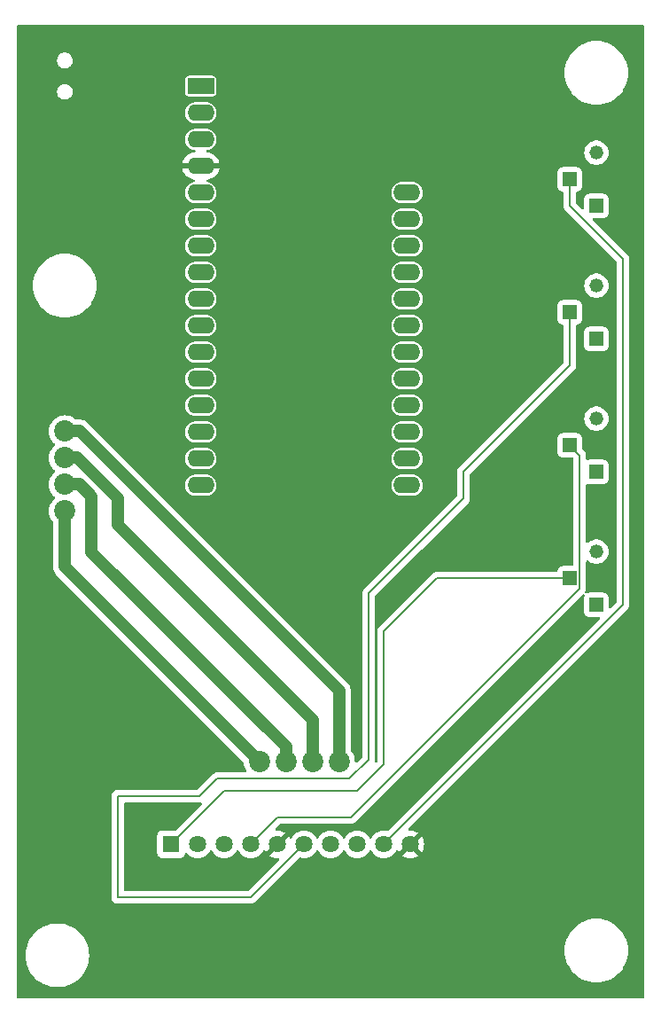
<source format=gbr>
%TF.GenerationSoftware,KiCad,Pcbnew,8.0.5*%
%TF.CreationDate,2024-10-11T15:03:24+01:00*%
%TF.ProjectId,ribboncontroller,72696262-6f6e-4636-9f6e-74726f6c6c65,rev?*%
%TF.SameCoordinates,Original*%
%TF.FileFunction,Copper,L2,Bot*%
%TF.FilePolarity,Positive*%
%FSLAX46Y46*%
G04 Gerber Fmt 4.6, Leading zero omitted, Abs format (unit mm)*
G04 Created by KiCad (PCBNEW 8.0.5) date 2024-10-11 15:03:24*
%MOMM*%
%LPD*%
G01*
G04 APERTURE LIST*
G04 Aperture macros list*
%AMRoundRect*
0 Rectangle with rounded corners*
0 $1 Rounding radius*
0 $2 $3 $4 $5 $6 $7 $8 $9 X,Y pos of 4 corners*
0 Add a 4 corners polygon primitive as box body*
4,1,4,$2,$3,$4,$5,$6,$7,$8,$9,$2,$3,0*
0 Add four circle primitives for the rounded corners*
1,1,$1+$1,$2,$3*
1,1,$1+$1,$4,$5*
1,1,$1+$1,$6,$7*
1,1,$1+$1,$8,$9*
0 Add four rect primitives between the rounded corners*
20,1,$1+$1,$2,$3,$4,$5,0*
20,1,$1+$1,$4,$5,$6,$7,0*
20,1,$1+$1,$6,$7,$8,$9,0*
20,1,$1+$1,$8,$9,$2,$3,0*%
G04 Aperture macros list end*
%TA.AperFunction,ComponentPad*%
%ADD10C,2.020000*%
%TD*%
%TA.AperFunction,ComponentPad*%
%ADD11RoundRect,0.250000X-1.050000X-0.550000X1.050000X-0.550000X1.050000X0.550000X-1.050000X0.550000X0*%
%TD*%
%TA.AperFunction,ComponentPad*%
%ADD12O,2.600000X1.600000*%
%TD*%
%TA.AperFunction,ComponentPad*%
%ADD13C,1.320800*%
%TD*%
%TA.AperFunction,ComponentPad*%
%ADD14R,1.320800X1.320800*%
%TD*%
%TA.AperFunction,ComponentPad*%
%ADD15R,1.635000X1.635000*%
%TD*%
%TA.AperFunction,ComponentPad*%
%ADD16C,1.635000*%
%TD*%
%TA.AperFunction,Conductor*%
%ADD17C,1.200000*%
%TD*%
%TA.AperFunction,Conductor*%
%ADD18C,0.200000*%
%TD*%
G04 APERTURE END LIST*
D10*
%TO.P,J3,4*%
%TO.N,Net-(J2-Pad1)*%
X46533134Y-83548351D03*
%TO.P,J3,3*%
%TO.N,Net-(J2-Pad2)*%
X43993134Y-83548351D03*
%TO.P,J3,2*%
%TO.N,Net-(J2-Pad3)*%
X41453134Y-83548351D03*
%TO.P,J3,1*%
%TO.N,Net-(J2-Pad4)*%
X38913134Y-83548351D03*
%TD*%
%TO.P,J2,4*%
%TO.N,Net-(J2-Pad4)*%
X20320000Y-59620000D03*
%TO.P,J2,3*%
%TO.N,Net-(J2-Pad3)*%
X20320000Y-57080000D03*
%TO.P,J2,2*%
%TO.N,Net-(J2-Pad2)*%
X20320000Y-54540000D03*
%TO.P,J2,1*%
%TO.N,Net-(J2-Pad1)*%
X20320000Y-52000000D03*
%TD*%
D11*
%TO.P,A2,1,~{RESET}*%
%TO.N,unconnected-(A2-~{RESET}-Pad1)*%
X33320000Y-19050000D03*
D12*
%TO.P,A2,2,3V3*%
%TO.N,+3.3V*%
X33320000Y-21590000D03*
%TO.P,A2,3,AREF*%
%TO.N,unconnected-(A2-AREF-Pad3)*%
X33320000Y-24130000D03*
%TO.P,A2,4,GND*%
%TO.N,-BATT*%
X33320000Y-26670000D03*
%TO.P,A2,5,A0*%
%TO.N,Net-(A2-A0)*%
X33320000Y-29210000D03*
%TO.P,A2,6,A1*%
%TO.N,Net-(A2-A1)*%
X33320000Y-31750000D03*
%TO.P,A2,7,A2*%
%TO.N,Net-(A2-A2)*%
X33320000Y-34290000D03*
%TO.P,A2,8,A3*%
%TO.N,Net-(A2-A3)*%
X33320000Y-36830000D03*
%TO.P,A2,9,A4*%
%TO.N,unconnected-(A2-A4-Pad9)*%
X33320000Y-39370000D03*
%TO.P,A2,10,A5*%
%TO.N,unconnected-(A2-A5-Pad10)*%
X33320000Y-41910000D03*
%TO.P,A2,11,SCK*%
%TO.N,unconnected-(A2-SCK-Pad11)*%
X33320000Y-44450000D03*
%TO.P,A2,12,MOSI*%
%TO.N,unconnected-(A2-MOSI-Pad12)*%
X33320000Y-46990000D03*
%TO.P,A2,13,MISO*%
%TO.N,unconnected-(A2-MISO-Pad13)*%
X33320000Y-49530000D03*
%TO.P,A2,14,RX*%
%TO.N,unconnected-(A2-RX-Pad14)*%
X33320000Y-52070000D03*
%TO.P,A2,15,TX*%
%TO.N,unconnected-(A2-TX-Pad15)*%
X33320000Y-54610000D03*
%TO.P,A2,16,SPARE*%
%TO.N,unconnected-(A2-SPARE-Pad16)*%
X33320000Y-57150000D03*
%TO.P,A2,17,SDA*%
%TO.N,unconnected-(A2-SDA-Pad17)*%
X53040000Y-57150000D03*
%TO.P,A2,18,SCL*%
%TO.N,unconnected-(A2-SCL-Pad18)*%
X53040000Y-54610000D03*
%TO.P,A2,19,D0*%
%TO.N,unconnected-(A2-D0-Pad19)*%
X53040000Y-52070000D03*
%TO.P,A2,20,D1*%
%TO.N,unconnected-(A2-D1-Pad20)*%
X53040000Y-49530000D03*
%TO.P,A2,21,D2*%
%TO.N,unconnected-(A2-D2-Pad21)*%
X53040000Y-46990000D03*
%TO.P,A2,22,D3*%
%TO.N,unconnected-(A2-D3-Pad22)*%
X53040000Y-44450000D03*
%TO.P,A2,23,D4*%
%TO.N,unconnected-(A2-D4-Pad23)*%
X53040000Y-41910000D03*
%TO.P,A2,24,D5*%
%TO.N,unconnected-(A2-D5-Pad24)*%
X53040000Y-39370000D03*
%TO.P,A2,25,D6*%
%TO.N,unconnected-(A2-D6-Pad25)*%
X53040000Y-36830000D03*
%TO.P,A2,26,USB*%
%TO.N,unconnected-(A2-USB-Pad26)*%
X53040000Y-34290000D03*
%TO.P,A2,27,EN*%
%TO.N,unconnected-(A2-EN-Pad27)*%
X53040000Y-31750000D03*
%TO.P,A2,28,VBAT*%
%TO.N,Net-(A2-VBAT)*%
X53040000Y-29210000D03*
%TD*%
D13*
%TO.P,R8,1,1*%
%TO.N,Net-(A2-A3)*%
X71120000Y-63500000D03*
D14*
%TO.P,R8,2,2*%
%TO.N,Net-(J1-Pad1)*%
X68580000Y-66040000D03*
%TO.P,R8,3,3*%
%TO.N,unconnected-(R8-Pad3)*%
X71120000Y-68580000D03*
%TD*%
D13*
%TO.P,R6,1,1*%
%TO.N,Net-(A2-A1)*%
X71120000Y-38100000D03*
D14*
%TO.P,R6,2,2*%
%TO.N,Net-(J1-Pad6)*%
X68580000Y-40640000D03*
%TO.P,R6,3,3*%
%TO.N,unconnected-(R6-Pad3)*%
X71120000Y-43180000D03*
%TD*%
D13*
%TO.P,R5,1,1*%
%TO.N,Net-(A2-A0)*%
X71120000Y-25400000D03*
D14*
%TO.P,R5,2,2*%
%TO.N,Net-(J1-Pad9)*%
X68580000Y-27940000D03*
%TO.P,R5,3,3*%
%TO.N,unconnected-(R5-Pad3)*%
X71120000Y-30480000D03*
%TD*%
D15*
%TO.P,J1,1,1*%
%TO.N,Net-(J1-Pad1)*%
X30480000Y-91440000D03*
D16*
%TO.P,J1,2,2*%
%TO.N,+3.3V*%
X33020000Y-91440000D03*
%TO.P,J1,3,3*%
X35560000Y-91440000D03*
%TO.P,J1,4,4*%
%TO.N,Net-(J1-Pad4)*%
X38100000Y-91440000D03*
%TO.P,J1,5,5*%
%TO.N,-BATT*%
X40640000Y-91440000D03*
%TO.P,J1,6,6*%
%TO.N,Net-(J1-Pad6)*%
X43180000Y-91440000D03*
%TO.P,J1,7,7*%
%TO.N,+3.3V*%
X45720000Y-91440000D03*
%TO.P,J1,8,8*%
X48260000Y-91440000D03*
%TO.P,J1,9,9*%
%TO.N,Net-(J1-Pad9)*%
X50800000Y-91440000D03*
%TO.P,J1,10,10*%
%TO.N,-BATT*%
X53340000Y-91440000D03*
%TD*%
D13*
%TO.P,R7,1,1*%
%TO.N,Net-(A2-A2)*%
X71120000Y-50800000D03*
D14*
%TO.P,R7,2,2*%
%TO.N,Net-(J1-Pad4)*%
X68580000Y-53340000D03*
%TO.P,R7,3,3*%
%TO.N,unconnected-(R7-Pad3)*%
X71120000Y-55880000D03*
%TD*%
D17*
%TO.N,Net-(J2-Pad1)*%
X21748355Y-52000000D02*
X20320000Y-52000000D01*
X46533134Y-83548351D02*
X46533134Y-76784779D01*
X46533134Y-76784779D02*
X21748355Y-52000000D01*
%TO.N,Net-(J2-Pad2)*%
X21520000Y-54540000D02*
X20320000Y-54540000D01*
X25400000Y-58420000D02*
X21520000Y-54540000D01*
X25400000Y-60960000D02*
X25400000Y-58420000D01*
X43993134Y-79553134D02*
X25400000Y-60960000D01*
X43993134Y-83548351D02*
X43993134Y-79553134D01*
%TO.N,Net-(J2-Pad3)*%
X22860000Y-58191645D02*
X21748355Y-57080000D01*
X41453134Y-82119996D02*
X22860000Y-63526862D01*
X22860000Y-63526862D02*
X22860000Y-58191645D01*
X41453134Y-83548351D02*
X41453134Y-82119996D01*
X21748355Y-57080000D02*
X20320000Y-57080000D01*
%TO.N,Net-(J2-Pad4)*%
X20320000Y-64955217D02*
X20320000Y-59620000D01*
X38913134Y-83548351D02*
X20320000Y-64955217D01*
D18*
%TO.N,Net-(J1-Pad6)*%
X58420000Y-55880000D02*
X68580000Y-45720000D01*
X68580000Y-45720000D02*
X68580000Y-40640000D01*
X49350368Y-67489632D02*
X58420000Y-58420000D01*
X58420000Y-58420000D02*
X58420000Y-55880000D01*
X47535883Y-85198729D02*
X49350368Y-83384244D01*
X49350368Y-83384244D02*
X49350368Y-67489632D01*
X34870775Y-85198729D02*
X47535883Y-85198729D01*
X25400000Y-86845635D02*
X33223869Y-86845635D01*
X33223869Y-86845635D02*
X34870775Y-85198729D01*
X25400000Y-96520000D02*
X25400000Y-86845635D01*
X38100000Y-96520000D02*
X25400000Y-96520000D01*
X43180000Y-91440000D02*
X38100000Y-96520000D01*
%TO.N,Net-(J1-Pad9)*%
X68580000Y-30480000D02*
X68580000Y-27940000D01*
X73660000Y-35560000D02*
X68580000Y-30480000D01*
X73660000Y-68580000D02*
X73660000Y-35560000D01*
X50800000Y-91440000D02*
X73660000Y-68580000D01*
%TO.N,Net-(J1-Pad1)*%
X35560000Y-86360000D02*
X30480000Y-91440000D01*
X48260000Y-86360000D02*
X35560000Y-86360000D01*
X50800000Y-71120000D02*
X50800000Y-83820000D01*
X50800000Y-83820000D02*
X48260000Y-86360000D01*
X55880000Y-66040000D02*
X50800000Y-71120000D01*
X68580000Y-66040000D02*
X55880000Y-66040000D01*
%TO.N,Net-(J1-Pad4)*%
X69540400Y-67000400D02*
X47640800Y-88900000D01*
X68580000Y-53340000D02*
X69540400Y-54300400D01*
X40640000Y-88900000D02*
X38100000Y-91440000D01*
X69540400Y-54300400D02*
X69540400Y-67000400D01*
X47640800Y-88900000D02*
X40640000Y-88900000D01*
%TD*%
%TA.AperFunction,Conductor*%
%TO.N,-BATT*%
G36*
X33311444Y-87448592D02*
G01*
X33364899Y-87449717D01*
X33422869Y-87488720D01*
X33450550Y-87552873D01*
X33439153Y-87621807D01*
X33415149Y-87655614D01*
X30985082Y-90085681D01*
X30923759Y-90119166D01*
X30897401Y-90122000D01*
X29614629Y-90122000D01*
X29614623Y-90122001D01*
X29555016Y-90128408D01*
X29420171Y-90178702D01*
X29420164Y-90178706D01*
X29304955Y-90264952D01*
X29304952Y-90264955D01*
X29218706Y-90380164D01*
X29218702Y-90380171D01*
X29168408Y-90515017D01*
X29162001Y-90574616D01*
X29162000Y-90574635D01*
X29162000Y-92305370D01*
X29162001Y-92305376D01*
X29168408Y-92364983D01*
X29218702Y-92499828D01*
X29218706Y-92499835D01*
X29304952Y-92615044D01*
X29304955Y-92615047D01*
X29420164Y-92701293D01*
X29420171Y-92701297D01*
X29555017Y-92751591D01*
X29555016Y-92751591D01*
X29561944Y-92752335D01*
X29614627Y-92758000D01*
X31345372Y-92757999D01*
X31404983Y-92751591D01*
X31539831Y-92701296D01*
X31655046Y-92615046D01*
X31741296Y-92499831D01*
X31791591Y-92364983D01*
X31791984Y-92361318D01*
X31793084Y-92358664D01*
X31793374Y-92357438D01*
X31793572Y-92357484D01*
X31818720Y-92296769D01*
X31876111Y-92256919D01*
X31945936Y-92254423D01*
X32002955Y-92286891D01*
X32169567Y-92453503D01*
X32358477Y-92585779D01*
X32358479Y-92585780D01*
X32358482Y-92585782D01*
X32567495Y-92683246D01*
X32790257Y-92742935D01*
X32950117Y-92756921D01*
X33019998Y-92763035D01*
X33020000Y-92763035D01*
X33020002Y-92763035D01*
X33089883Y-92756921D01*
X33249743Y-92742935D01*
X33472505Y-92683246D01*
X33681518Y-92585782D01*
X33870431Y-92453504D01*
X34033504Y-92290431D01*
X34165782Y-92101518D01*
X34177618Y-92076134D01*
X34223789Y-92023696D01*
X34290982Y-92004543D01*
X34357864Y-92024758D01*
X34402381Y-92076134D01*
X34414218Y-92101518D01*
X34414219Y-92101519D01*
X34414220Y-92101522D01*
X34546496Y-92290432D01*
X34709567Y-92453503D01*
X34898477Y-92585779D01*
X34898479Y-92585780D01*
X34898482Y-92585782D01*
X35107495Y-92683246D01*
X35330257Y-92742935D01*
X35490117Y-92756921D01*
X35559998Y-92763035D01*
X35560000Y-92763035D01*
X35560002Y-92763035D01*
X35629883Y-92756921D01*
X35789743Y-92742935D01*
X36012505Y-92683246D01*
X36221518Y-92585782D01*
X36410431Y-92453504D01*
X36573504Y-92290431D01*
X36705782Y-92101518D01*
X36717618Y-92076134D01*
X36763789Y-92023696D01*
X36830982Y-92004543D01*
X36897864Y-92024758D01*
X36942381Y-92076134D01*
X36954218Y-92101518D01*
X36954219Y-92101519D01*
X36954220Y-92101522D01*
X37086496Y-92290432D01*
X37249567Y-92453503D01*
X37438477Y-92585779D01*
X37438479Y-92585780D01*
X37438482Y-92585782D01*
X37647495Y-92683246D01*
X37870257Y-92742935D01*
X38030117Y-92756921D01*
X38099998Y-92763035D01*
X38100000Y-92763035D01*
X38100002Y-92763035D01*
X38169883Y-92756921D01*
X38329743Y-92742935D01*
X38552505Y-92683246D01*
X38761518Y-92585782D01*
X38950431Y-92453504D01*
X39113504Y-92290431D01*
X39245782Y-92101518D01*
X39257896Y-92075540D01*
X39304062Y-92023106D01*
X39371255Y-92003952D01*
X39438137Y-92024166D01*
X39482656Y-92075540D01*
X39494653Y-92101267D01*
X39548408Y-92178037D01*
X39548408Y-92178038D01*
X40120294Y-91606151D01*
X40132141Y-91650362D01*
X40203891Y-91774638D01*
X40305362Y-91876109D01*
X40429638Y-91947859D01*
X40473847Y-91959704D01*
X39901960Y-92531590D01*
X39978737Y-92585348D01*
X40187665Y-92682773D01*
X40187674Y-92682777D01*
X40410339Y-92742439D01*
X40410350Y-92742441D01*
X40639998Y-92762533D01*
X40640001Y-92762533D01*
X40704143Y-92756921D01*
X40772643Y-92770687D01*
X40822826Y-92819302D01*
X40838760Y-92887331D01*
X40815385Y-92953175D01*
X40802632Y-92968130D01*
X37887584Y-95883181D01*
X37826261Y-95916666D01*
X37799903Y-95919500D01*
X26124500Y-95919500D01*
X26057461Y-95899815D01*
X26011706Y-95847011D01*
X26000500Y-95795500D01*
X26000500Y-87570135D01*
X26020185Y-87503096D01*
X26072989Y-87457341D01*
X26124500Y-87446135D01*
X33137200Y-87446135D01*
X33137216Y-87446136D01*
X33144812Y-87446136D01*
X33302924Y-87446136D01*
X33302926Y-87446136D01*
X33302927Y-87446135D01*
X33310981Y-87445075D01*
X33311444Y-87448592D01*
G37*
%TD.AperFunction*%
%TA.AperFunction,Conductor*%
G36*
X69924017Y-67568530D02*
G01*
X69979950Y-67610402D01*
X70004367Y-67675866D01*
X69996865Y-67728044D01*
X69965509Y-67812114D01*
X69965508Y-67812116D01*
X69959101Y-67871716D01*
X69959101Y-67871723D01*
X69959100Y-67871735D01*
X69959100Y-69288270D01*
X69959101Y-69288276D01*
X69965508Y-69347883D01*
X70015802Y-69482728D01*
X70015806Y-69482735D01*
X70102052Y-69597944D01*
X70102055Y-69597947D01*
X70217264Y-69684193D01*
X70217271Y-69684197D01*
X70352117Y-69734491D01*
X70352116Y-69734491D01*
X70359044Y-69735235D01*
X70411727Y-69740900D01*
X71350502Y-69740899D01*
X71417541Y-69760583D01*
X71463296Y-69813387D01*
X71473240Y-69882546D01*
X71444215Y-69946102D01*
X71438183Y-69952580D01*
X51256994Y-90133769D01*
X51195671Y-90167254D01*
X51137220Y-90165863D01*
X51029748Y-90137066D01*
X51029744Y-90137065D01*
X51029743Y-90137065D01*
X51029742Y-90137064D01*
X51029737Y-90137064D01*
X50800002Y-90116965D01*
X50799998Y-90116965D01*
X50570262Y-90137064D01*
X50570251Y-90137066D01*
X50347502Y-90196751D01*
X50347495Y-90196753D01*
X50347495Y-90196754D01*
X50346483Y-90197226D01*
X50138484Y-90294217D01*
X50138482Y-90294218D01*
X49949566Y-90426497D01*
X49786497Y-90589566D01*
X49654218Y-90778482D01*
X49654214Y-90778489D01*
X49642381Y-90803866D01*
X49596208Y-90856305D01*
X49529015Y-90875456D01*
X49462134Y-90855239D01*
X49417619Y-90803866D01*
X49405785Y-90778489D01*
X49405781Y-90778482D01*
X49405780Y-90778481D01*
X49273504Y-90589569D01*
X49273502Y-90589566D01*
X49110432Y-90426496D01*
X48921522Y-90294220D01*
X48921518Y-90294218D01*
X48858761Y-90264954D01*
X48712505Y-90196754D01*
X48712501Y-90196753D01*
X48712497Y-90196751D01*
X48489748Y-90137066D01*
X48489744Y-90137065D01*
X48489743Y-90137065D01*
X48489742Y-90137064D01*
X48489737Y-90137064D01*
X48260002Y-90116965D01*
X48259998Y-90116965D01*
X48030262Y-90137064D01*
X48030251Y-90137066D01*
X47807502Y-90196751D01*
X47807495Y-90196753D01*
X47807495Y-90196754D01*
X47806483Y-90197226D01*
X47598484Y-90294217D01*
X47598482Y-90294218D01*
X47409566Y-90426497D01*
X47246497Y-90589566D01*
X47114218Y-90778482D01*
X47114214Y-90778489D01*
X47102381Y-90803866D01*
X47056208Y-90856305D01*
X46989015Y-90875456D01*
X46922134Y-90855239D01*
X46877619Y-90803866D01*
X46865785Y-90778489D01*
X46865781Y-90778482D01*
X46865780Y-90778481D01*
X46733504Y-90589569D01*
X46733502Y-90589566D01*
X46570432Y-90426496D01*
X46381522Y-90294220D01*
X46381518Y-90294218D01*
X46318761Y-90264954D01*
X46172505Y-90196754D01*
X46172501Y-90196753D01*
X46172497Y-90196751D01*
X45949748Y-90137066D01*
X45949744Y-90137065D01*
X45949743Y-90137065D01*
X45949742Y-90137064D01*
X45949737Y-90137064D01*
X45720002Y-90116965D01*
X45719998Y-90116965D01*
X45490262Y-90137064D01*
X45490251Y-90137066D01*
X45267502Y-90196751D01*
X45267495Y-90196753D01*
X45267495Y-90196754D01*
X45266483Y-90197226D01*
X45058484Y-90294217D01*
X45058482Y-90294218D01*
X44869566Y-90426497D01*
X44706497Y-90589566D01*
X44574218Y-90778482D01*
X44574214Y-90778489D01*
X44562381Y-90803866D01*
X44516208Y-90856305D01*
X44449015Y-90875456D01*
X44382134Y-90855239D01*
X44337619Y-90803866D01*
X44325785Y-90778489D01*
X44325781Y-90778482D01*
X44325780Y-90778481D01*
X44193504Y-90589569D01*
X44193502Y-90589566D01*
X44030432Y-90426496D01*
X43841522Y-90294220D01*
X43841518Y-90294218D01*
X43778761Y-90264954D01*
X43632505Y-90196754D01*
X43632501Y-90196753D01*
X43632497Y-90196751D01*
X43409748Y-90137066D01*
X43409744Y-90137065D01*
X43409743Y-90137065D01*
X43409742Y-90137064D01*
X43409737Y-90137064D01*
X43180002Y-90116965D01*
X43179998Y-90116965D01*
X42950262Y-90137064D01*
X42950251Y-90137066D01*
X42727502Y-90196751D01*
X42727495Y-90196753D01*
X42727495Y-90196754D01*
X42726483Y-90197226D01*
X42518484Y-90294217D01*
X42518482Y-90294218D01*
X42329566Y-90426497D01*
X42166497Y-90589566D01*
X42034219Y-90778481D01*
X42022106Y-90804458D01*
X41975933Y-90856897D01*
X41908739Y-90876048D01*
X41841858Y-90855832D01*
X41797342Y-90804457D01*
X41785348Y-90778736D01*
X41731589Y-90701961D01*
X41159704Y-91273846D01*
X41147859Y-91229638D01*
X41076109Y-91105362D01*
X40974638Y-91003891D01*
X40850362Y-90932141D01*
X40806151Y-90920294D01*
X41378038Y-90348408D01*
X41301267Y-90294653D01*
X41301265Y-90294652D01*
X41092334Y-90197226D01*
X41092325Y-90197222D01*
X40869660Y-90137560D01*
X40869649Y-90137558D01*
X40640002Y-90117467D01*
X40639998Y-90117467D01*
X40575852Y-90123079D01*
X40507352Y-90109312D01*
X40457169Y-90060697D01*
X40441236Y-89992668D01*
X40464611Y-89926825D01*
X40477359Y-89911874D01*
X40852416Y-89536819D01*
X40913739Y-89503334D01*
X40940097Y-89500500D01*
X47554131Y-89500500D01*
X47554147Y-89500501D01*
X47561743Y-89500501D01*
X47719854Y-89500501D01*
X47719857Y-89500501D01*
X47872585Y-89459577D01*
X47922704Y-89430639D01*
X48009516Y-89380520D01*
X48121320Y-89268716D01*
X48121320Y-89268714D01*
X48131528Y-89258507D01*
X48131530Y-89258504D01*
X69793004Y-67597029D01*
X69854325Y-67563546D01*
X69924017Y-67568530D01*
G37*
%TD.AperFunction*%
%TA.AperFunction,Conductor*%
G36*
X75642539Y-13220185D02*
G01*
X75688294Y-13272989D01*
X75699500Y-13324500D01*
X75699500Y-106055500D01*
X75679815Y-106122539D01*
X75627011Y-106168294D01*
X75575500Y-106179500D01*
X15864500Y-106179500D01*
X15797461Y-106159815D01*
X15751706Y-106107011D01*
X15740500Y-106055500D01*
X15740500Y-102048299D01*
X16565037Y-102048299D01*
X16584184Y-102389258D01*
X16584186Y-102389270D01*
X16641388Y-102725936D01*
X16641390Y-102725945D01*
X16697671Y-102921300D01*
X16735929Y-103054095D01*
X16823790Y-103266210D01*
X16866615Y-103369599D01*
X17031808Y-103668495D01*
X17031811Y-103668500D01*
X17229420Y-103947002D01*
X17229424Y-103947007D01*
X17456982Y-104201645D01*
X17711620Y-104429203D01*
X17711623Y-104429205D01*
X17711624Y-104429206D01*
X17990126Y-104626815D01*
X17990131Y-104626818D01*
X17990134Y-104626819D01*
X17990136Y-104626821D01*
X18289026Y-104792011D01*
X18604532Y-104922698D01*
X18932687Y-105017238D01*
X19269364Y-105074442D01*
X19610328Y-105093590D01*
X19951292Y-105074442D01*
X20287969Y-105017238D01*
X20616124Y-104922698D01*
X20931630Y-104792011D01*
X21230520Y-104626821D01*
X21230525Y-104626817D01*
X21230529Y-104626815D01*
X21445338Y-104474399D01*
X21509036Y-104429203D01*
X21763674Y-104201645D01*
X21991232Y-103947007D01*
X22128643Y-103753345D01*
X22188844Y-103668500D01*
X22188847Y-103668495D01*
X22188850Y-103668491D01*
X22354040Y-103369601D01*
X22484727Y-103054095D01*
X22579267Y-102725940D01*
X22636471Y-102389263D01*
X22655619Y-102048299D01*
X22636471Y-101707335D01*
X22618234Y-101600000D01*
X68074709Y-101600000D01*
X68093856Y-101940959D01*
X68093858Y-101940971D01*
X68151060Y-102277637D01*
X68151062Y-102277646D01*
X68221300Y-102521448D01*
X68245601Y-102605796D01*
X68349221Y-102855956D01*
X68376287Y-102921300D01*
X68541480Y-103220196D01*
X68541483Y-103220201D01*
X68739092Y-103498703D01*
X68739096Y-103498708D01*
X68966654Y-103753346D01*
X69221292Y-103980904D01*
X69221295Y-103980906D01*
X69221296Y-103980907D01*
X69499798Y-104178516D01*
X69499803Y-104178519D01*
X69499806Y-104178520D01*
X69499808Y-104178522D01*
X69798698Y-104343712D01*
X70114204Y-104474399D01*
X70442359Y-104568939D01*
X70779036Y-104626143D01*
X71120000Y-104645291D01*
X71460964Y-104626143D01*
X71797641Y-104568939D01*
X72125796Y-104474399D01*
X72441302Y-104343712D01*
X72740192Y-104178522D01*
X72740197Y-104178518D01*
X72740201Y-104178516D01*
X72874755Y-104083044D01*
X73018708Y-103980904D01*
X73273346Y-103753346D01*
X73500904Y-103498708D01*
X73616840Y-103335310D01*
X73698516Y-103220201D01*
X73698519Y-103220196D01*
X73698522Y-103220192D01*
X73863712Y-102921302D01*
X73994399Y-102605796D01*
X74088939Y-102277641D01*
X74146143Y-101940964D01*
X74165291Y-101600000D01*
X74146143Y-101259036D01*
X74088939Y-100922359D01*
X73994399Y-100594204D01*
X73863712Y-100278698D01*
X73698522Y-99979808D01*
X73698520Y-99979806D01*
X73698519Y-99979803D01*
X73698516Y-99979798D01*
X73500907Y-99701296D01*
X73500906Y-99701295D01*
X73500904Y-99701292D01*
X73273346Y-99446654D01*
X73018708Y-99219096D01*
X73018705Y-99219094D01*
X73018703Y-99219092D01*
X72740201Y-99021483D01*
X72740196Y-99021480D01*
X72441300Y-98856287D01*
X72375956Y-98829221D01*
X72125796Y-98725601D01*
X72041448Y-98701300D01*
X71797646Y-98631062D01*
X71797637Y-98631060D01*
X71460971Y-98573858D01*
X71460959Y-98573856D01*
X71120000Y-98554709D01*
X70779040Y-98573856D01*
X70779028Y-98573858D01*
X70442362Y-98631060D01*
X70442353Y-98631062D01*
X70114207Y-98725600D01*
X70114204Y-98725601D01*
X70021796Y-98763877D01*
X69798699Y-98856287D01*
X69499803Y-99021480D01*
X69499798Y-99021483D01*
X69221296Y-99219092D01*
X68966654Y-99446654D01*
X68739092Y-99701296D01*
X68541483Y-99979798D01*
X68541480Y-99979803D01*
X68376287Y-100278699D01*
X68245600Y-100594207D01*
X68151062Y-100922353D01*
X68151060Y-100922362D01*
X68093858Y-101259028D01*
X68093856Y-101259040D01*
X68074709Y-101600000D01*
X22618234Y-101600000D01*
X22579267Y-101370658D01*
X22484727Y-101042503D01*
X22354040Y-100726997D01*
X22188850Y-100428107D01*
X22188848Y-100428105D01*
X22188847Y-100428102D01*
X22188844Y-100428097D01*
X21991235Y-100149595D01*
X21991234Y-100149594D01*
X21991232Y-100149591D01*
X21763674Y-99894953D01*
X21509036Y-99667395D01*
X21509033Y-99667393D01*
X21509031Y-99667391D01*
X21230529Y-99469782D01*
X21230524Y-99469779D01*
X20931628Y-99304586D01*
X20866284Y-99277520D01*
X20616124Y-99173900D01*
X20531776Y-99149599D01*
X20287974Y-99079361D01*
X20287965Y-99079359D01*
X19951299Y-99022157D01*
X19951287Y-99022155D01*
X19610328Y-99003008D01*
X19269368Y-99022155D01*
X19269356Y-99022157D01*
X18932690Y-99079359D01*
X18932681Y-99079361D01*
X18604535Y-99173899D01*
X18604532Y-99173900D01*
X18512124Y-99212176D01*
X18289027Y-99304586D01*
X17990131Y-99469779D01*
X17990126Y-99469782D01*
X17711624Y-99667391D01*
X17456982Y-99894953D01*
X17229420Y-100149595D01*
X17031811Y-100428097D01*
X17031808Y-100428102D01*
X16866615Y-100726998D01*
X16735928Y-101042506D01*
X16641390Y-101370652D01*
X16641388Y-101370661D01*
X16584186Y-101707327D01*
X16584184Y-101707339D01*
X16565037Y-102048299D01*
X15740500Y-102048299D01*
X15740500Y-52000000D01*
X18804829Y-52000000D01*
X18823482Y-52237020D01*
X18823482Y-52237023D01*
X18823483Y-52237025D01*
X18878987Y-52468214D01*
X18878988Y-52468216D01*
X18969972Y-52687873D01*
X19094199Y-52890592D01*
X19094202Y-52890597D01*
X19150604Y-52956635D01*
X19248612Y-53071388D01*
X19314228Y-53127429D01*
X19370757Y-53175710D01*
X19408950Y-53234217D01*
X19409448Y-53304085D01*
X19372094Y-53363131D01*
X19370757Y-53364290D01*
X19248612Y-53468612D01*
X19094202Y-53649402D01*
X19094199Y-53649407D01*
X18969972Y-53852126D01*
X18888725Y-54048276D01*
X18878987Y-54071786D01*
X18830376Y-54274261D01*
X18823482Y-54302979D01*
X18804829Y-54540000D01*
X18823482Y-54777020D01*
X18823482Y-54777023D01*
X18823483Y-54777025D01*
X18878987Y-55008214D01*
X18878988Y-55008216D01*
X18969972Y-55227873D01*
X19094199Y-55430592D01*
X19094202Y-55430597D01*
X19150604Y-55496635D01*
X19248612Y-55611388D01*
X19314228Y-55667429D01*
X19370757Y-55715710D01*
X19408950Y-55774217D01*
X19409448Y-55844085D01*
X19372094Y-55903131D01*
X19370757Y-55904290D01*
X19248612Y-56008612D01*
X19094202Y-56189402D01*
X19094199Y-56189407D01*
X18969972Y-56392126D01*
X18888730Y-56588264D01*
X18878987Y-56611786D01*
X18830376Y-56814261D01*
X18823482Y-56842979D01*
X18804829Y-57080000D01*
X18823482Y-57317020D01*
X18823482Y-57317023D01*
X18823483Y-57317025D01*
X18878987Y-57548214D01*
X18878988Y-57548216D01*
X18969972Y-57767873D01*
X19094199Y-57970592D01*
X19094202Y-57970597D01*
X19150604Y-58036635D01*
X19248612Y-58151388D01*
X19314228Y-58207429D01*
X19370757Y-58255710D01*
X19408950Y-58314217D01*
X19409448Y-58384085D01*
X19372094Y-58443131D01*
X19370757Y-58444290D01*
X19248612Y-58548612D01*
X19094202Y-58729402D01*
X19094199Y-58729407D01*
X18969972Y-58932126D01*
X18878988Y-59151783D01*
X18823482Y-59382979D01*
X18804829Y-59620000D01*
X18823482Y-59857020D01*
X18823482Y-59857023D01*
X18823483Y-59857025D01*
X18878987Y-60088214D01*
X18878988Y-60088216D01*
X18969972Y-60307873D01*
X19094199Y-60510592D01*
X19094202Y-60510597D01*
X19189790Y-60622516D01*
X19218361Y-60686278D01*
X19219500Y-60703048D01*
X19219500Y-65041827D01*
X19234615Y-65137264D01*
X19246598Y-65212918D01*
X19300127Y-65377662D01*
X19378768Y-65532005D01*
X19480586Y-65672145D01*
X19480588Y-65672147D01*
X37369131Y-83560690D01*
X37402616Y-83622013D01*
X37405068Y-83638641D01*
X37406694Y-83659296D01*
X37416617Y-83785376D01*
X37472121Y-84016565D01*
X37472122Y-84016567D01*
X37563106Y-84236224D01*
X37669253Y-84409439D01*
X37687498Y-84476885D01*
X37666382Y-84543487D01*
X37612610Y-84588101D01*
X37563526Y-84598229D01*
X34957445Y-84598229D01*
X34957429Y-84598228D01*
X34949833Y-84598228D01*
X34791718Y-84598228D01*
X34638990Y-84639152D01*
X34638988Y-84639152D01*
X34638988Y-84639153D01*
X34502056Y-84718211D01*
X33011453Y-86208816D01*
X32950130Y-86242301D01*
X32923772Y-86245135D01*
X25320943Y-86245135D01*
X25168216Y-86286058D01*
X25168209Y-86286061D01*
X25031290Y-86365110D01*
X25031282Y-86365116D01*
X24919481Y-86476917D01*
X24919475Y-86476925D01*
X24840426Y-86613844D01*
X24840423Y-86613851D01*
X24799500Y-86766578D01*
X24799500Y-96599056D01*
X24840423Y-96751783D01*
X24840426Y-96751790D01*
X24919475Y-96888709D01*
X24919478Y-96888713D01*
X24919480Y-96888716D01*
X25031284Y-97000520D01*
X25031286Y-97000521D01*
X25031290Y-97000524D01*
X25168209Y-97079573D01*
X25168216Y-97079577D01*
X25320943Y-97120500D01*
X38013331Y-97120500D01*
X38013347Y-97120501D01*
X38020943Y-97120501D01*
X38179054Y-97120501D01*
X38179057Y-97120501D01*
X38331785Y-97079577D01*
X38381904Y-97050639D01*
X38468716Y-97000520D01*
X38580520Y-96888716D01*
X38580520Y-96888714D01*
X38590728Y-96878507D01*
X38590730Y-96878504D01*
X42723005Y-92746228D01*
X42784326Y-92712745D01*
X42842777Y-92714136D01*
X42885696Y-92725636D01*
X42950257Y-92742935D01*
X43110117Y-92756921D01*
X43179998Y-92763035D01*
X43180000Y-92763035D01*
X43180002Y-92763035D01*
X43249883Y-92756921D01*
X43409743Y-92742935D01*
X43632505Y-92683246D01*
X43841518Y-92585782D01*
X44030431Y-92453504D01*
X44193504Y-92290431D01*
X44325782Y-92101518D01*
X44337618Y-92076134D01*
X44383789Y-92023696D01*
X44450982Y-92004543D01*
X44517864Y-92024758D01*
X44562381Y-92076134D01*
X44574218Y-92101518D01*
X44574219Y-92101519D01*
X44574220Y-92101522D01*
X44706496Y-92290432D01*
X44869567Y-92453503D01*
X45058477Y-92585779D01*
X45058479Y-92585780D01*
X45058482Y-92585782D01*
X45267495Y-92683246D01*
X45490257Y-92742935D01*
X45650117Y-92756921D01*
X45719998Y-92763035D01*
X45720000Y-92763035D01*
X45720002Y-92763035D01*
X45789883Y-92756921D01*
X45949743Y-92742935D01*
X46172505Y-92683246D01*
X46381518Y-92585782D01*
X46570431Y-92453504D01*
X46733504Y-92290431D01*
X46865782Y-92101518D01*
X46877618Y-92076134D01*
X46923789Y-92023696D01*
X46990982Y-92004543D01*
X47057864Y-92024758D01*
X47102381Y-92076134D01*
X47114218Y-92101518D01*
X47114219Y-92101519D01*
X47114220Y-92101522D01*
X47246496Y-92290432D01*
X47409567Y-92453503D01*
X47598477Y-92585779D01*
X47598479Y-92585780D01*
X47598482Y-92585782D01*
X47807495Y-92683246D01*
X48030257Y-92742935D01*
X48190117Y-92756921D01*
X48259998Y-92763035D01*
X48260000Y-92763035D01*
X48260002Y-92763035D01*
X48329883Y-92756921D01*
X48489743Y-92742935D01*
X48712505Y-92683246D01*
X48921518Y-92585782D01*
X49110431Y-92453504D01*
X49273504Y-92290431D01*
X49405782Y-92101518D01*
X49417618Y-92076134D01*
X49463789Y-92023696D01*
X49530982Y-92004543D01*
X49597864Y-92024758D01*
X49642381Y-92076134D01*
X49654218Y-92101518D01*
X49654219Y-92101519D01*
X49654220Y-92101522D01*
X49786496Y-92290432D01*
X49949567Y-92453503D01*
X50138477Y-92585779D01*
X50138479Y-92585780D01*
X50138482Y-92585782D01*
X50347495Y-92683246D01*
X50570257Y-92742935D01*
X50730117Y-92756921D01*
X50799998Y-92763035D01*
X50800000Y-92763035D01*
X50800002Y-92763035D01*
X50869883Y-92756921D01*
X51029743Y-92742935D01*
X51252505Y-92683246D01*
X51461518Y-92585782D01*
X51650431Y-92453504D01*
X51813504Y-92290431D01*
X51945782Y-92101518D01*
X51957896Y-92075540D01*
X52004062Y-92023106D01*
X52071255Y-92003952D01*
X52138137Y-92024166D01*
X52182656Y-92075540D01*
X52194653Y-92101267D01*
X52248408Y-92178037D01*
X52248408Y-92178038D01*
X52820294Y-91606151D01*
X52832141Y-91650362D01*
X52903891Y-91774638D01*
X53005362Y-91876109D01*
X53129638Y-91947859D01*
X53173847Y-91959704D01*
X52601960Y-92531590D01*
X52678737Y-92585348D01*
X52887665Y-92682773D01*
X52887674Y-92682777D01*
X53110339Y-92742439D01*
X53110350Y-92742441D01*
X53339998Y-92762533D01*
X53340002Y-92762533D01*
X53569649Y-92742441D01*
X53569660Y-92742439D01*
X53792325Y-92682777D01*
X53792334Y-92682773D01*
X54001264Y-92585348D01*
X54078038Y-92531590D01*
X53506152Y-91959705D01*
X53550362Y-91947859D01*
X53674638Y-91876109D01*
X53776109Y-91774638D01*
X53847859Y-91650362D01*
X53859704Y-91606152D01*
X54431590Y-92178038D01*
X54485348Y-92101264D01*
X54582773Y-91892334D01*
X54582777Y-91892325D01*
X54642439Y-91669660D01*
X54642441Y-91669649D01*
X54662533Y-91440001D01*
X54662533Y-91439998D01*
X54642441Y-91210350D01*
X54642439Y-91210339D01*
X54582777Y-90987674D01*
X54582773Y-90987665D01*
X54485348Y-90778736D01*
X54431589Y-90701961D01*
X53859704Y-91273846D01*
X53847859Y-91229638D01*
X53776109Y-91105362D01*
X53674638Y-91003891D01*
X53550362Y-90932141D01*
X53506151Y-90920294D01*
X54078038Y-90348408D01*
X54001267Y-90294653D01*
X54001265Y-90294652D01*
X53792334Y-90197226D01*
X53792325Y-90197222D01*
X53569660Y-90137560D01*
X53569649Y-90137558D01*
X53340002Y-90117467D01*
X53339998Y-90117467D01*
X53275850Y-90123079D01*
X53207350Y-90109312D01*
X53157167Y-90060697D01*
X53141234Y-89992668D01*
X53164610Y-89926825D01*
X53177350Y-89911883D01*
X74018506Y-69070728D01*
X74018511Y-69070724D01*
X74028714Y-69060520D01*
X74028716Y-69060520D01*
X74140520Y-68948716D01*
X74200670Y-68844533D01*
X74219577Y-68811785D01*
X74260501Y-68659057D01*
X74260501Y-68500943D01*
X74260501Y-68493348D01*
X74260500Y-68493330D01*
X74260500Y-35649059D01*
X74260501Y-35649046D01*
X74260501Y-35480945D01*
X74260501Y-35480943D01*
X74219577Y-35328215D01*
X74190639Y-35278095D01*
X74140520Y-35191284D01*
X74028716Y-35079480D01*
X74028715Y-35079479D01*
X74024385Y-35075149D01*
X74024374Y-35075139D01*
X70801815Y-31852580D01*
X70768330Y-31791257D01*
X70773314Y-31721565D01*
X70815186Y-31665632D01*
X70880650Y-31641215D01*
X70889496Y-31640899D01*
X71828271Y-31640899D01*
X71828272Y-31640899D01*
X71887883Y-31634491D01*
X72022731Y-31584196D01*
X72137946Y-31497946D01*
X72224196Y-31382731D01*
X72274491Y-31247883D01*
X72280900Y-31188273D01*
X72280899Y-29771728D01*
X72274491Y-29712117D01*
X72263974Y-29683920D01*
X72224197Y-29577271D01*
X72224193Y-29577264D01*
X72137947Y-29462055D01*
X72137944Y-29462052D01*
X72022735Y-29375806D01*
X72022728Y-29375802D01*
X71887882Y-29325508D01*
X71887883Y-29325508D01*
X71828283Y-29319101D01*
X71828281Y-29319100D01*
X71828273Y-29319100D01*
X71828264Y-29319100D01*
X70411729Y-29319100D01*
X70411723Y-29319101D01*
X70352116Y-29325508D01*
X70217271Y-29375802D01*
X70217264Y-29375806D01*
X70102055Y-29462052D01*
X70102052Y-29462055D01*
X70015806Y-29577264D01*
X70015802Y-29577271D01*
X69965508Y-29712117D01*
X69959101Y-29771716D01*
X69959101Y-29771723D01*
X69959100Y-29771735D01*
X69959100Y-30710503D01*
X69939415Y-30777542D01*
X69886611Y-30823297D01*
X69817453Y-30833241D01*
X69753897Y-30804216D01*
X69747419Y-30798184D01*
X69216819Y-30267584D01*
X69183334Y-30206261D01*
X69180500Y-30179903D01*
X69180500Y-29223869D01*
X69200185Y-29156830D01*
X69252989Y-29111075D01*
X69291245Y-29100579D01*
X69347883Y-29094491D01*
X69482731Y-29044196D01*
X69597946Y-28957946D01*
X69684196Y-28842731D01*
X69734491Y-28707883D01*
X69740900Y-28648273D01*
X69740899Y-27231728D01*
X69734491Y-27172117D01*
X69733701Y-27170000D01*
X69684197Y-27037271D01*
X69684193Y-27037264D01*
X69597947Y-26922055D01*
X69597944Y-26922052D01*
X69482735Y-26835806D01*
X69482728Y-26835802D01*
X69347882Y-26785508D01*
X69347883Y-26785508D01*
X69288283Y-26779101D01*
X69288281Y-26779100D01*
X69288273Y-26779100D01*
X69288264Y-26779100D01*
X67871729Y-26779100D01*
X67871723Y-26779101D01*
X67812116Y-26785508D01*
X67677271Y-26835802D01*
X67677264Y-26835806D01*
X67562055Y-26922052D01*
X67562052Y-26922055D01*
X67475806Y-27037264D01*
X67475802Y-27037271D01*
X67425508Y-27172117D01*
X67419101Y-27231716D01*
X67419101Y-27231723D01*
X67419100Y-27231735D01*
X67419100Y-28648270D01*
X67419101Y-28648276D01*
X67425508Y-28707883D01*
X67475802Y-28842728D01*
X67475806Y-28842735D01*
X67562052Y-28957944D01*
X67562055Y-28957947D01*
X67677264Y-29044193D01*
X67677271Y-29044197D01*
X67812117Y-29094491D01*
X67812115Y-29094491D01*
X67868756Y-29100581D01*
X67933307Y-29127319D01*
X67973155Y-29184712D01*
X67979500Y-29223870D01*
X67979500Y-30393330D01*
X67979499Y-30393348D01*
X67979499Y-30559054D01*
X67979498Y-30559054D01*
X68020423Y-30711786D01*
X68020424Y-30711787D01*
X68039330Y-30744533D01*
X68084804Y-30823297D01*
X68099481Y-30848717D01*
X68218349Y-30967585D01*
X68218355Y-30967590D01*
X73023181Y-35772416D01*
X73056666Y-35833739D01*
X73059500Y-35860097D01*
X73059500Y-68279902D01*
X73039815Y-68346941D01*
X73023181Y-68367583D01*
X72492580Y-68898184D01*
X72431257Y-68931669D01*
X72361565Y-68926685D01*
X72305632Y-68884813D01*
X72281215Y-68819349D01*
X72280899Y-68810503D01*
X72280899Y-67871729D01*
X72280898Y-67871723D01*
X72280897Y-67871716D01*
X72274491Y-67812117D01*
X72224196Y-67677269D01*
X72224195Y-67677268D01*
X72224193Y-67677264D01*
X72137947Y-67562055D01*
X72137944Y-67562052D01*
X72022735Y-67475806D01*
X72022728Y-67475802D01*
X71887882Y-67425508D01*
X71887883Y-67425508D01*
X71828283Y-67419101D01*
X71828281Y-67419100D01*
X71828273Y-67419100D01*
X71828264Y-67419100D01*
X70411729Y-67419100D01*
X70411723Y-67419101D01*
X70352116Y-67425508D01*
X70211722Y-67477872D01*
X70142030Y-67482856D01*
X70080707Y-67449370D01*
X70047223Y-67388047D01*
X70052208Y-67318355D01*
X70060998Y-67299697D01*
X70099977Y-67232184D01*
X70140900Y-67079457D01*
X70140900Y-64459153D01*
X70160585Y-64392114D01*
X70213389Y-64346359D01*
X70282547Y-64336415D01*
X70346103Y-64365440D01*
X70348438Y-64367516D01*
X70417402Y-64430385D01*
X70417404Y-64430386D01*
X70417405Y-64430387D01*
X70600326Y-64543647D01*
X70800944Y-64621367D01*
X71012427Y-64660900D01*
X71012429Y-64660900D01*
X71227571Y-64660900D01*
X71227573Y-64660900D01*
X71439056Y-64621367D01*
X71639674Y-64543647D01*
X71822595Y-64430387D01*
X71981591Y-64285444D01*
X72111245Y-64113753D01*
X72207144Y-63921162D01*
X72266022Y-63714229D01*
X72285873Y-63500000D01*
X72266022Y-63285771D01*
X72207144Y-63078838D01*
X72203251Y-63071020D01*
X72111248Y-62886253D01*
X72111247Y-62886252D01*
X72111245Y-62886247D01*
X71981591Y-62714556D01*
X71981587Y-62714552D01*
X71981585Y-62714550D01*
X71822597Y-62569614D01*
X71776135Y-62540846D01*
X71639674Y-62456353D01*
X71439056Y-62378633D01*
X71227573Y-62339100D01*
X71012427Y-62339100D01*
X70800944Y-62378633D01*
X70674075Y-62427782D01*
X70600328Y-62456352D01*
X70600327Y-62456352D01*
X70417402Y-62569614D01*
X70348437Y-62632484D01*
X70285633Y-62663100D01*
X70216246Y-62654902D01*
X70162306Y-62610492D01*
X70140939Y-62543969D01*
X70140900Y-62540846D01*
X70140900Y-57134305D01*
X70160585Y-57067266D01*
X70213389Y-57021511D01*
X70282547Y-57011567D01*
X70308227Y-57018121D01*
X70352117Y-57034491D01*
X70411727Y-57040900D01*
X71828272Y-57040899D01*
X71887883Y-57034491D01*
X72022731Y-56984196D01*
X72137946Y-56897946D01*
X72224196Y-56782731D01*
X72274491Y-56647883D01*
X72280900Y-56588273D01*
X72280899Y-55171728D01*
X72274491Y-55112117D01*
X72263974Y-55083920D01*
X72224197Y-54977271D01*
X72224193Y-54977264D01*
X72137947Y-54862055D01*
X72137944Y-54862052D01*
X72022735Y-54775806D01*
X72022728Y-54775802D01*
X71887882Y-54725508D01*
X71887883Y-54725508D01*
X71828283Y-54719101D01*
X71828281Y-54719100D01*
X71828273Y-54719100D01*
X71828264Y-54719100D01*
X70411729Y-54719100D01*
X70411723Y-54719101D01*
X70352115Y-54725509D01*
X70308232Y-54741876D01*
X70238540Y-54746860D01*
X70177218Y-54713374D01*
X70143733Y-54652051D01*
X70140900Y-54625694D01*
X70140900Y-54389460D01*
X70140901Y-54389447D01*
X70140901Y-54221344D01*
X70140901Y-54221343D01*
X70099977Y-54068616D01*
X70088234Y-54048276D01*
X70020924Y-53931690D01*
X70020918Y-53931682D01*
X69777218Y-53687982D01*
X69743733Y-53626659D01*
X69740899Y-53600301D01*
X69740899Y-52631729D01*
X69740898Y-52631723D01*
X69740897Y-52631716D01*
X69734491Y-52572117D01*
X69723974Y-52543920D01*
X69684197Y-52437271D01*
X69684193Y-52437264D01*
X69597947Y-52322055D01*
X69597944Y-52322052D01*
X69482735Y-52235806D01*
X69482728Y-52235802D01*
X69347882Y-52185508D01*
X69347883Y-52185508D01*
X69288283Y-52179101D01*
X69288281Y-52179100D01*
X69288273Y-52179100D01*
X69288264Y-52179100D01*
X67871729Y-52179100D01*
X67871723Y-52179101D01*
X67812116Y-52185508D01*
X67677271Y-52235802D01*
X67677264Y-52235806D01*
X67562055Y-52322052D01*
X67562052Y-52322055D01*
X67475806Y-52437264D01*
X67475802Y-52437271D01*
X67425508Y-52572117D01*
X67419101Y-52631716D01*
X67419101Y-52631723D01*
X67419100Y-52631735D01*
X67419100Y-54048270D01*
X67419101Y-54048276D01*
X67425508Y-54107883D01*
X67475802Y-54242728D01*
X67475806Y-54242735D01*
X67562052Y-54357944D01*
X67562055Y-54357947D01*
X67677264Y-54444193D01*
X67677271Y-54444197D01*
X67812117Y-54494491D01*
X67812116Y-54494491D01*
X67819044Y-54495235D01*
X67871727Y-54500900D01*
X68815900Y-54500899D01*
X68882939Y-54520583D01*
X68928694Y-54573387D01*
X68939900Y-54624899D01*
X68939900Y-64755100D01*
X68920215Y-64822139D01*
X68867411Y-64867894D01*
X68815900Y-64879100D01*
X67871729Y-64879100D01*
X67871723Y-64879101D01*
X67812116Y-64885508D01*
X67677271Y-64935802D01*
X67677264Y-64935806D01*
X67562055Y-65022052D01*
X67562052Y-65022055D01*
X67475806Y-65137264D01*
X67475802Y-65137271D01*
X67425508Y-65272116D01*
X67419419Y-65328756D01*
X67392681Y-65393307D01*
X67335288Y-65433155D01*
X67296130Y-65439500D01*
X55966669Y-65439500D01*
X55966653Y-65439499D01*
X55959057Y-65439499D01*
X55800943Y-65439499D01*
X55693587Y-65468265D01*
X55648210Y-65480424D01*
X55648209Y-65480425D01*
X55598096Y-65509359D01*
X55598095Y-65509360D01*
X55554689Y-65534420D01*
X55511285Y-65559479D01*
X55511282Y-65559481D01*
X50319481Y-70751282D01*
X50319479Y-70751285D01*
X50269361Y-70838094D01*
X50269359Y-70838096D01*
X50240425Y-70888209D01*
X50240424Y-70888210D01*
X50240423Y-70888215D01*
X50199499Y-71040943D01*
X50199499Y-71040945D01*
X50199499Y-71209046D01*
X50199500Y-71209059D01*
X50199500Y-83519903D01*
X50179815Y-83586942D01*
X50163178Y-83607587D01*
X50147572Y-83623192D01*
X50086248Y-83656675D01*
X50016557Y-83651688D01*
X49960625Y-83609815D01*
X49936210Y-83544350D01*
X49940118Y-83503420D01*
X49950868Y-83463302D01*
X49950868Y-83305187D01*
X49950868Y-67789729D01*
X49970553Y-67722690D01*
X49987187Y-67702048D01*
X54403464Y-63285771D01*
X58900520Y-58788716D01*
X58979577Y-58651784D01*
X59020501Y-58499057D01*
X59020501Y-58340942D01*
X59020501Y-58333347D01*
X59020500Y-58333329D01*
X59020500Y-56180097D01*
X59040185Y-56113058D01*
X59056819Y-56092416D01*
X64039833Y-51109402D01*
X64349236Y-50799999D01*
X69954127Y-50799999D01*
X69954127Y-50800000D01*
X69973977Y-51014228D01*
X70032855Y-51221159D01*
X70032860Y-51221172D01*
X70128751Y-51413746D01*
X70128753Y-51413749D01*
X70128755Y-51413753D01*
X70258409Y-51585444D01*
X70258412Y-51585446D01*
X70258414Y-51585449D01*
X70417402Y-51730385D01*
X70417404Y-51730386D01*
X70417405Y-51730387D01*
X70600326Y-51843647D01*
X70800944Y-51921367D01*
X71012427Y-51960900D01*
X71012429Y-51960900D01*
X71227571Y-51960900D01*
X71227573Y-51960900D01*
X71439056Y-51921367D01*
X71639674Y-51843647D01*
X71822595Y-51730387D01*
X71981591Y-51585444D01*
X72111245Y-51413753D01*
X72207144Y-51221162D01*
X72266022Y-51014229D01*
X72285873Y-50800000D01*
X72283482Y-50774202D01*
X72266022Y-50585771D01*
X72207144Y-50378838D01*
X72111245Y-50186247D01*
X71981591Y-50014556D01*
X71981587Y-50014552D01*
X71981585Y-50014550D01*
X71822597Y-49869614D01*
X71745421Y-49821829D01*
X71639674Y-49756353D01*
X71439056Y-49678633D01*
X71227573Y-49639100D01*
X71012427Y-49639100D01*
X70800944Y-49678633D01*
X70674075Y-49727782D01*
X70600328Y-49756352D01*
X70600327Y-49756352D01*
X70417402Y-49869614D01*
X70258414Y-50014550D01*
X70258407Y-50014558D01*
X70128760Y-50186239D01*
X70128751Y-50186253D01*
X70032860Y-50378827D01*
X70032855Y-50378840D01*
X69973977Y-50585771D01*
X69954127Y-50799999D01*
X64349236Y-50799999D01*
X69060520Y-46088716D01*
X69139577Y-45951785D01*
X69180501Y-45799057D01*
X69180501Y-45640942D01*
X69180501Y-45633347D01*
X69180500Y-45633329D01*
X69180500Y-42471735D01*
X69959100Y-42471735D01*
X69959100Y-43888270D01*
X69959101Y-43888276D01*
X69965508Y-43947883D01*
X70015802Y-44082728D01*
X70015806Y-44082735D01*
X70102052Y-44197944D01*
X70102055Y-44197947D01*
X70217264Y-44284193D01*
X70217271Y-44284197D01*
X70352117Y-44334491D01*
X70352116Y-44334491D01*
X70359044Y-44335235D01*
X70411727Y-44340900D01*
X71828272Y-44340899D01*
X71887883Y-44334491D01*
X72022731Y-44284196D01*
X72137946Y-44197946D01*
X72224196Y-44082731D01*
X72274491Y-43947883D01*
X72280900Y-43888273D01*
X72280899Y-42471728D01*
X72274491Y-42412117D01*
X72263974Y-42383920D01*
X72224197Y-42277271D01*
X72224193Y-42277264D01*
X72137947Y-42162055D01*
X72137944Y-42162052D01*
X72022735Y-42075806D01*
X72022728Y-42075802D01*
X71887882Y-42025508D01*
X71887883Y-42025508D01*
X71828283Y-42019101D01*
X71828281Y-42019100D01*
X71828273Y-42019100D01*
X71828264Y-42019100D01*
X70411729Y-42019100D01*
X70411723Y-42019101D01*
X70352116Y-42025508D01*
X70217271Y-42075802D01*
X70217264Y-42075806D01*
X70102055Y-42162052D01*
X70102052Y-42162055D01*
X70015806Y-42277264D01*
X70015802Y-42277271D01*
X69965508Y-42412117D01*
X69959101Y-42471716D01*
X69959101Y-42471723D01*
X69959100Y-42471735D01*
X69180500Y-42471735D01*
X69180500Y-41923869D01*
X69200185Y-41856830D01*
X69252989Y-41811075D01*
X69291245Y-41800579D01*
X69347883Y-41794491D01*
X69482731Y-41744196D01*
X69597946Y-41657946D01*
X69684196Y-41542731D01*
X69734491Y-41407883D01*
X69740900Y-41348273D01*
X69740899Y-39931728D01*
X69734491Y-39872117D01*
X69723974Y-39843920D01*
X69684197Y-39737271D01*
X69684193Y-39737264D01*
X69597947Y-39622055D01*
X69597944Y-39622052D01*
X69482735Y-39535806D01*
X69482728Y-39535802D01*
X69347882Y-39485508D01*
X69347883Y-39485508D01*
X69288283Y-39479101D01*
X69288281Y-39479100D01*
X69288273Y-39479100D01*
X69288264Y-39479100D01*
X67871729Y-39479100D01*
X67871723Y-39479101D01*
X67812116Y-39485508D01*
X67677271Y-39535802D01*
X67677264Y-39535806D01*
X67562055Y-39622052D01*
X67562052Y-39622055D01*
X67475806Y-39737264D01*
X67475802Y-39737271D01*
X67425508Y-39872117D01*
X67421345Y-39910842D01*
X67419101Y-39931723D01*
X67419100Y-39931735D01*
X67419100Y-41348270D01*
X67419101Y-41348276D01*
X67425508Y-41407883D01*
X67475802Y-41542728D01*
X67475806Y-41542735D01*
X67562052Y-41657944D01*
X67562055Y-41657947D01*
X67677264Y-41744193D01*
X67677271Y-41744197D01*
X67812117Y-41794491D01*
X67812115Y-41794491D01*
X67868756Y-41800581D01*
X67933307Y-41827319D01*
X67973155Y-41884712D01*
X67979500Y-41923870D01*
X67979500Y-45419902D01*
X67959815Y-45486941D01*
X67943181Y-45507583D01*
X57939481Y-55511282D01*
X57939475Y-55511290D01*
X57897796Y-55583482D01*
X57897796Y-55583483D01*
X57860423Y-55648215D01*
X57819499Y-55800943D01*
X57819499Y-55800945D01*
X57819499Y-55969046D01*
X57819500Y-55969059D01*
X57819500Y-58119902D01*
X57799815Y-58186941D01*
X57783181Y-58207583D01*
X48869849Y-67120914D01*
X48869845Y-67120919D01*
X48827370Y-67194490D01*
X48790792Y-67257843D01*
X48790791Y-67257844D01*
X48768096Y-67342546D01*
X48749867Y-67410575D01*
X48749867Y-67410577D01*
X48749867Y-67578678D01*
X48749868Y-67578691D01*
X48749868Y-83084146D01*
X48730183Y-83151185D01*
X48713549Y-83171827D01*
X48259565Y-83625811D01*
X48198242Y-83659296D01*
X48128550Y-83654312D01*
X48072617Y-83612440D01*
X48048266Y-83547859D01*
X48044768Y-83503414D01*
X48029651Y-83311326D01*
X47974147Y-83080137D01*
X47883161Y-82860478D01*
X47883161Y-82860477D01*
X47758938Y-82657764D01*
X47758932Y-82657755D01*
X47663343Y-82545833D01*
X47634773Y-82482071D01*
X47633634Y-82465302D01*
X47633634Y-76698167D01*
X47633016Y-76694269D01*
X47629929Y-76674775D01*
X47606537Y-76527078D01*
X47553007Y-76362334D01*
X47553005Y-76362331D01*
X47553005Y-76362329D01*
X47474365Y-76207990D01*
X47431520Y-76149019D01*
X47431520Y-76149018D01*
X47372552Y-76067854D01*
X47372547Y-76067849D01*
X28553240Y-57248543D01*
X31819499Y-57248543D01*
X31857947Y-57441829D01*
X31857950Y-57441839D01*
X31933364Y-57623907D01*
X31933371Y-57623920D01*
X32042860Y-57787781D01*
X32042863Y-57787785D01*
X32182214Y-57927136D01*
X32182218Y-57927139D01*
X32346079Y-58036628D01*
X32346092Y-58036635D01*
X32528160Y-58112049D01*
X32528165Y-58112051D01*
X32528169Y-58112051D01*
X32528170Y-58112052D01*
X32721456Y-58150500D01*
X32721459Y-58150500D01*
X33918543Y-58150500D01*
X34048582Y-58124632D01*
X34111835Y-58112051D01*
X34293914Y-58036632D01*
X34457782Y-57927139D01*
X34597139Y-57787782D01*
X34706632Y-57623914D01*
X34782051Y-57441835D01*
X34820500Y-57248543D01*
X51539499Y-57248543D01*
X51577947Y-57441829D01*
X51577950Y-57441839D01*
X51653364Y-57623907D01*
X51653371Y-57623920D01*
X51762860Y-57787781D01*
X51762863Y-57787785D01*
X51902214Y-57927136D01*
X51902218Y-57927139D01*
X52066079Y-58036628D01*
X52066092Y-58036635D01*
X52248160Y-58112049D01*
X52248165Y-58112051D01*
X52248169Y-58112051D01*
X52248170Y-58112052D01*
X52441456Y-58150500D01*
X52441459Y-58150500D01*
X53638543Y-58150500D01*
X53768582Y-58124632D01*
X53831835Y-58112051D01*
X54013914Y-58036632D01*
X54177782Y-57927139D01*
X54317139Y-57787782D01*
X54426632Y-57623914D01*
X54502051Y-57441835D01*
X54540500Y-57248541D01*
X54540500Y-57051459D01*
X54540500Y-57051456D01*
X54502052Y-56858170D01*
X54502051Y-56858169D01*
X54502051Y-56858165D01*
X54470807Y-56782735D01*
X54426635Y-56676092D01*
X54426628Y-56676079D01*
X54317139Y-56512218D01*
X54317136Y-56512214D01*
X54177785Y-56372863D01*
X54177781Y-56372860D01*
X54013920Y-56263371D01*
X54013907Y-56263364D01*
X53831839Y-56187950D01*
X53831829Y-56187947D01*
X53638543Y-56149500D01*
X53638541Y-56149500D01*
X52441459Y-56149500D01*
X52441457Y-56149500D01*
X52248170Y-56187947D01*
X52248160Y-56187950D01*
X52066092Y-56263364D01*
X52066079Y-56263371D01*
X51902218Y-56372860D01*
X51902214Y-56372863D01*
X51762863Y-56512214D01*
X51762860Y-56512218D01*
X51653371Y-56676079D01*
X51653364Y-56676092D01*
X51577950Y-56858160D01*
X51577947Y-56858170D01*
X51539500Y-57051456D01*
X51539500Y-57051459D01*
X51539500Y-57248541D01*
X51539500Y-57248543D01*
X51539499Y-57248543D01*
X34820500Y-57248543D01*
X34820500Y-57248541D01*
X34820500Y-57051459D01*
X34820500Y-57051456D01*
X34782052Y-56858170D01*
X34782051Y-56858169D01*
X34782051Y-56858165D01*
X34750807Y-56782735D01*
X34706635Y-56676092D01*
X34706628Y-56676079D01*
X34597139Y-56512218D01*
X34597136Y-56512214D01*
X34457785Y-56372863D01*
X34457781Y-56372860D01*
X34293920Y-56263371D01*
X34293907Y-56263364D01*
X34111839Y-56187950D01*
X34111829Y-56187947D01*
X33918543Y-56149500D01*
X33918541Y-56149500D01*
X32721459Y-56149500D01*
X32721457Y-56149500D01*
X32528170Y-56187947D01*
X32528160Y-56187950D01*
X32346092Y-56263364D01*
X32346079Y-56263371D01*
X32182218Y-56372860D01*
X32182214Y-56372863D01*
X32042863Y-56512214D01*
X32042860Y-56512218D01*
X31933371Y-56676079D01*
X31933364Y-56676092D01*
X31857950Y-56858160D01*
X31857947Y-56858170D01*
X31819500Y-57051456D01*
X31819500Y-57051459D01*
X31819500Y-57248541D01*
X31819500Y-57248543D01*
X31819499Y-57248543D01*
X28553240Y-57248543D01*
X26013240Y-54708543D01*
X31819499Y-54708543D01*
X31857947Y-54901829D01*
X31857950Y-54901839D01*
X31933364Y-55083907D01*
X31933371Y-55083920D01*
X32042860Y-55247781D01*
X32042863Y-55247785D01*
X32182214Y-55387136D01*
X32182218Y-55387139D01*
X32346079Y-55496628D01*
X32346092Y-55496635D01*
X32528160Y-55572049D01*
X32528165Y-55572051D01*
X32528169Y-55572051D01*
X32528170Y-55572052D01*
X32721456Y-55610500D01*
X32721459Y-55610500D01*
X33918543Y-55610500D01*
X34054368Y-55583482D01*
X34111835Y-55572051D01*
X34258541Y-55511284D01*
X34293907Y-55496635D01*
X34293907Y-55496634D01*
X34293914Y-55496632D01*
X34457782Y-55387139D01*
X34597139Y-55247782D01*
X34706632Y-55083914D01*
X34782051Y-54901835D01*
X34807120Y-54775806D01*
X34820500Y-54708543D01*
X51539499Y-54708543D01*
X51577947Y-54901829D01*
X51577950Y-54901839D01*
X51653364Y-55083907D01*
X51653371Y-55083920D01*
X51762860Y-55247781D01*
X51762863Y-55247785D01*
X51902214Y-55387136D01*
X51902218Y-55387139D01*
X52066079Y-55496628D01*
X52066092Y-55496635D01*
X52248160Y-55572049D01*
X52248165Y-55572051D01*
X52248169Y-55572051D01*
X52248170Y-55572052D01*
X52441456Y-55610500D01*
X52441459Y-55610500D01*
X53638543Y-55610500D01*
X53774368Y-55583482D01*
X53831835Y-55572051D01*
X53978541Y-55511284D01*
X54013907Y-55496635D01*
X54013907Y-55496634D01*
X54013914Y-55496632D01*
X54177782Y-55387139D01*
X54317139Y-55247782D01*
X54426632Y-55083914D01*
X54502051Y-54901835D01*
X54527120Y-54775806D01*
X54540500Y-54708543D01*
X54540500Y-54511456D01*
X54502052Y-54318170D01*
X54502051Y-54318169D01*
X54502051Y-54318165D01*
X54470807Y-54242735D01*
X54426635Y-54136092D01*
X54426628Y-54136079D01*
X54317139Y-53972218D01*
X54317136Y-53972214D01*
X54177785Y-53832863D01*
X54177781Y-53832860D01*
X54013920Y-53723371D01*
X54013907Y-53723364D01*
X53831839Y-53647950D01*
X53831829Y-53647947D01*
X53638543Y-53609500D01*
X53638541Y-53609500D01*
X52441459Y-53609500D01*
X52441457Y-53609500D01*
X52248170Y-53647947D01*
X52248160Y-53647950D01*
X52066092Y-53723364D01*
X52066079Y-53723371D01*
X51902218Y-53832860D01*
X51902214Y-53832863D01*
X51762863Y-53972214D01*
X51762860Y-53972218D01*
X51653371Y-54136079D01*
X51653364Y-54136092D01*
X51577950Y-54318160D01*
X51577947Y-54318170D01*
X51539500Y-54511456D01*
X51539500Y-54511459D01*
X51539500Y-54708541D01*
X51539500Y-54708543D01*
X51539499Y-54708543D01*
X34820500Y-54708543D01*
X34820500Y-54511456D01*
X34782052Y-54318170D01*
X34782051Y-54318169D01*
X34782051Y-54318165D01*
X34750807Y-54242735D01*
X34706635Y-54136092D01*
X34706628Y-54136079D01*
X34597139Y-53972218D01*
X34597136Y-53972214D01*
X34457785Y-53832863D01*
X34457781Y-53832860D01*
X34293920Y-53723371D01*
X34293907Y-53723364D01*
X34111839Y-53647950D01*
X34111829Y-53647947D01*
X33918543Y-53609500D01*
X33918541Y-53609500D01*
X32721459Y-53609500D01*
X32721457Y-53609500D01*
X32528170Y-53647947D01*
X32528160Y-53647950D01*
X32346092Y-53723364D01*
X32346079Y-53723371D01*
X32182218Y-53832860D01*
X32182214Y-53832863D01*
X32042863Y-53972214D01*
X32042860Y-53972218D01*
X31933371Y-54136079D01*
X31933364Y-54136092D01*
X31857950Y-54318160D01*
X31857947Y-54318170D01*
X31819500Y-54511456D01*
X31819500Y-54511459D01*
X31819500Y-54708541D01*
X31819500Y-54708543D01*
X31819499Y-54708543D01*
X26013240Y-54708543D01*
X23473240Y-52168543D01*
X31819499Y-52168543D01*
X31857947Y-52361829D01*
X31857950Y-52361839D01*
X31933364Y-52543907D01*
X31933371Y-52543920D01*
X32042860Y-52707781D01*
X32042863Y-52707785D01*
X32182214Y-52847136D01*
X32182218Y-52847139D01*
X32346079Y-52956628D01*
X32346092Y-52956635D01*
X32528160Y-53032049D01*
X32528165Y-53032051D01*
X32528169Y-53032051D01*
X32528170Y-53032052D01*
X32721456Y-53070500D01*
X32721459Y-53070500D01*
X33918543Y-53070500D01*
X34048582Y-53044632D01*
X34111835Y-53032051D01*
X34293914Y-52956632D01*
X34457782Y-52847139D01*
X34597139Y-52707782D01*
X34706632Y-52543914D01*
X34782051Y-52361835D01*
X34807120Y-52235806D01*
X34820500Y-52168543D01*
X51539499Y-52168543D01*
X51577947Y-52361829D01*
X51577950Y-52361839D01*
X51653364Y-52543907D01*
X51653371Y-52543920D01*
X51762860Y-52707781D01*
X51762863Y-52707785D01*
X51902214Y-52847136D01*
X51902218Y-52847139D01*
X52066079Y-52956628D01*
X52066092Y-52956635D01*
X52248160Y-53032049D01*
X52248165Y-53032051D01*
X52248169Y-53032051D01*
X52248170Y-53032052D01*
X52441456Y-53070500D01*
X52441459Y-53070500D01*
X53638543Y-53070500D01*
X53768582Y-53044632D01*
X53831835Y-53032051D01*
X54013914Y-52956632D01*
X54177782Y-52847139D01*
X54317139Y-52707782D01*
X54426632Y-52543914D01*
X54502051Y-52361835D01*
X54527120Y-52235806D01*
X54540500Y-52168543D01*
X54540500Y-51971456D01*
X54502052Y-51778170D01*
X54502051Y-51778169D01*
X54502051Y-51778165D01*
X54482260Y-51730385D01*
X54426635Y-51596092D01*
X54426628Y-51596079D01*
X54317139Y-51432218D01*
X54317136Y-51432214D01*
X54177785Y-51292863D01*
X54177781Y-51292860D01*
X54013920Y-51183371D01*
X54013907Y-51183364D01*
X53831839Y-51107950D01*
X53831829Y-51107947D01*
X53638543Y-51069500D01*
X53638541Y-51069500D01*
X52441459Y-51069500D01*
X52441457Y-51069500D01*
X52248170Y-51107947D01*
X52248160Y-51107950D01*
X52066092Y-51183364D01*
X52066079Y-51183371D01*
X51902218Y-51292860D01*
X51902214Y-51292863D01*
X51762863Y-51432214D01*
X51762860Y-51432218D01*
X51653371Y-51596079D01*
X51653364Y-51596092D01*
X51577950Y-51778160D01*
X51577947Y-51778170D01*
X51539500Y-51971456D01*
X51539500Y-51971459D01*
X51539500Y-52168541D01*
X51539500Y-52168543D01*
X51539499Y-52168543D01*
X34820500Y-52168543D01*
X34820500Y-51971456D01*
X34782052Y-51778170D01*
X34782051Y-51778169D01*
X34782051Y-51778165D01*
X34762260Y-51730385D01*
X34706635Y-51596092D01*
X34706628Y-51596079D01*
X34597139Y-51432218D01*
X34597136Y-51432214D01*
X34457785Y-51292863D01*
X34457781Y-51292860D01*
X34293920Y-51183371D01*
X34293907Y-51183364D01*
X34111839Y-51107950D01*
X34111829Y-51107947D01*
X33918543Y-51069500D01*
X33918541Y-51069500D01*
X32721459Y-51069500D01*
X32721457Y-51069500D01*
X32528170Y-51107947D01*
X32528160Y-51107950D01*
X32346092Y-51183364D01*
X32346079Y-51183371D01*
X32182218Y-51292860D01*
X32182214Y-51292863D01*
X32042863Y-51432214D01*
X32042860Y-51432218D01*
X31933371Y-51596079D01*
X31933364Y-51596092D01*
X31857950Y-51778160D01*
X31857947Y-51778170D01*
X31819500Y-51971456D01*
X31819500Y-51971459D01*
X31819500Y-52168541D01*
X31819500Y-52168543D01*
X31819499Y-52168543D01*
X23473240Y-52168543D01*
X22465285Y-51160588D01*
X22465283Y-51160586D01*
X22325143Y-51058768D01*
X22170800Y-50980127D01*
X22006056Y-50926598D01*
X22006054Y-50926597D01*
X22006053Y-50926597D01*
X21874626Y-50905781D01*
X21834966Y-50899500D01*
X21834965Y-50899500D01*
X21403048Y-50899500D01*
X21336009Y-50879815D01*
X21322516Y-50869790D01*
X21210597Y-50774202D01*
X21210592Y-50774199D01*
X21007873Y-50649972D01*
X20788216Y-50558988D01*
X20788214Y-50558987D01*
X20557025Y-50503483D01*
X20557023Y-50503482D01*
X20557020Y-50503482D01*
X20320000Y-50484829D01*
X20082979Y-50503482D01*
X20082975Y-50503483D01*
X19851786Y-50558987D01*
X19851784Y-50558987D01*
X19851783Y-50558988D01*
X19632126Y-50649972D01*
X19429407Y-50774199D01*
X19429402Y-50774202D01*
X19248612Y-50928612D01*
X19094202Y-51109402D01*
X19094199Y-51109407D01*
X18969972Y-51312126D01*
X18878988Y-51531783D01*
X18878987Y-51531786D01*
X18831307Y-51730385D01*
X18823482Y-51762979D01*
X18804829Y-52000000D01*
X15740500Y-52000000D01*
X15740500Y-49628543D01*
X31819499Y-49628543D01*
X31857947Y-49821829D01*
X31857950Y-49821839D01*
X31933364Y-50003907D01*
X31933371Y-50003920D01*
X32042860Y-50167781D01*
X32042863Y-50167785D01*
X32182214Y-50307136D01*
X32182218Y-50307139D01*
X32346079Y-50416628D01*
X32346092Y-50416635D01*
X32510729Y-50484829D01*
X32528165Y-50492051D01*
X32528169Y-50492051D01*
X32528170Y-50492052D01*
X32721456Y-50530500D01*
X32721459Y-50530500D01*
X33918543Y-50530500D01*
X34054368Y-50503482D01*
X34111835Y-50492051D01*
X34293914Y-50416632D01*
X34457782Y-50307139D01*
X34597139Y-50167782D01*
X34706632Y-50003914D01*
X34782051Y-49821835D01*
X34820500Y-49628543D01*
X51539499Y-49628543D01*
X51577947Y-49821829D01*
X51577950Y-49821839D01*
X51653364Y-50003907D01*
X51653371Y-50003920D01*
X51762860Y-50167781D01*
X51762863Y-50167785D01*
X51902214Y-50307136D01*
X51902218Y-50307139D01*
X52066079Y-50416628D01*
X52066092Y-50416635D01*
X52230729Y-50484829D01*
X52248165Y-50492051D01*
X52248169Y-50492051D01*
X52248170Y-50492052D01*
X52441456Y-50530500D01*
X52441459Y-50530500D01*
X53638543Y-50530500D01*
X53774368Y-50503482D01*
X53831835Y-50492051D01*
X54013914Y-50416632D01*
X54177782Y-50307139D01*
X54317139Y-50167782D01*
X54426632Y-50003914D01*
X54502051Y-49821835D01*
X54540500Y-49628541D01*
X54540500Y-49431459D01*
X54540500Y-49431456D01*
X54502052Y-49238170D01*
X54502051Y-49238169D01*
X54502051Y-49238165D01*
X54502049Y-49238160D01*
X54426635Y-49056092D01*
X54426628Y-49056079D01*
X54317139Y-48892218D01*
X54317136Y-48892214D01*
X54177785Y-48752863D01*
X54177781Y-48752860D01*
X54013920Y-48643371D01*
X54013907Y-48643364D01*
X53831839Y-48567950D01*
X53831829Y-48567947D01*
X53638543Y-48529500D01*
X53638541Y-48529500D01*
X52441459Y-48529500D01*
X52441457Y-48529500D01*
X52248170Y-48567947D01*
X52248160Y-48567950D01*
X52066092Y-48643364D01*
X52066079Y-48643371D01*
X51902218Y-48752860D01*
X51902214Y-48752863D01*
X51762863Y-48892214D01*
X51762860Y-48892218D01*
X51653371Y-49056079D01*
X51653364Y-49056092D01*
X51577950Y-49238160D01*
X51577947Y-49238170D01*
X51539500Y-49431456D01*
X51539500Y-49431459D01*
X51539500Y-49628541D01*
X51539500Y-49628543D01*
X51539499Y-49628543D01*
X34820500Y-49628543D01*
X34820500Y-49628541D01*
X34820500Y-49431459D01*
X34820500Y-49431456D01*
X34782052Y-49238170D01*
X34782051Y-49238169D01*
X34782051Y-49238165D01*
X34782049Y-49238160D01*
X34706635Y-49056092D01*
X34706628Y-49056079D01*
X34597139Y-48892218D01*
X34597136Y-48892214D01*
X34457785Y-48752863D01*
X34457781Y-48752860D01*
X34293920Y-48643371D01*
X34293907Y-48643364D01*
X34111839Y-48567950D01*
X34111829Y-48567947D01*
X33918543Y-48529500D01*
X33918541Y-48529500D01*
X32721459Y-48529500D01*
X32721457Y-48529500D01*
X32528170Y-48567947D01*
X32528160Y-48567950D01*
X32346092Y-48643364D01*
X32346079Y-48643371D01*
X32182218Y-48752860D01*
X32182214Y-48752863D01*
X32042863Y-48892214D01*
X32042860Y-48892218D01*
X31933371Y-49056079D01*
X31933364Y-49056092D01*
X31857950Y-49238160D01*
X31857947Y-49238170D01*
X31819500Y-49431456D01*
X31819500Y-49431459D01*
X31819500Y-49628541D01*
X31819500Y-49628543D01*
X31819499Y-49628543D01*
X15740500Y-49628543D01*
X15740500Y-47088543D01*
X31819499Y-47088543D01*
X31857947Y-47281829D01*
X31857950Y-47281839D01*
X31933364Y-47463907D01*
X31933371Y-47463920D01*
X32042860Y-47627781D01*
X32042863Y-47627785D01*
X32182214Y-47767136D01*
X32182218Y-47767139D01*
X32346079Y-47876628D01*
X32346092Y-47876635D01*
X32528160Y-47952049D01*
X32528165Y-47952051D01*
X32528169Y-47952051D01*
X32528170Y-47952052D01*
X32721456Y-47990500D01*
X32721459Y-47990500D01*
X33918543Y-47990500D01*
X34048582Y-47964632D01*
X34111835Y-47952051D01*
X34293914Y-47876632D01*
X34457782Y-47767139D01*
X34597139Y-47627782D01*
X34706632Y-47463914D01*
X34782051Y-47281835D01*
X34820500Y-47088543D01*
X51539499Y-47088543D01*
X51577947Y-47281829D01*
X51577950Y-47281839D01*
X51653364Y-47463907D01*
X51653371Y-47463920D01*
X51762860Y-47627781D01*
X51762863Y-47627785D01*
X51902214Y-47767136D01*
X51902218Y-47767139D01*
X52066079Y-47876628D01*
X52066092Y-47876635D01*
X52248160Y-47952049D01*
X52248165Y-47952051D01*
X52248169Y-47952051D01*
X52248170Y-47952052D01*
X52441456Y-47990500D01*
X52441459Y-47990500D01*
X53638543Y-47990500D01*
X53768582Y-47964632D01*
X53831835Y-47952051D01*
X54013914Y-47876632D01*
X54177782Y-47767139D01*
X54317139Y-47627782D01*
X54426632Y-47463914D01*
X54502051Y-47281835D01*
X54540500Y-47088541D01*
X54540500Y-46891459D01*
X54540500Y-46891456D01*
X54502052Y-46698170D01*
X54502051Y-46698169D01*
X54502051Y-46698165D01*
X54502049Y-46698160D01*
X54426635Y-46516092D01*
X54426628Y-46516079D01*
X54317139Y-46352218D01*
X54317136Y-46352214D01*
X54177785Y-46212863D01*
X54177781Y-46212860D01*
X54013920Y-46103371D01*
X54013907Y-46103364D01*
X53831839Y-46027950D01*
X53831829Y-46027947D01*
X53638543Y-45989500D01*
X53638541Y-45989500D01*
X52441459Y-45989500D01*
X52441457Y-45989500D01*
X52248170Y-46027947D01*
X52248160Y-46027950D01*
X52066092Y-46103364D01*
X52066079Y-46103371D01*
X51902218Y-46212860D01*
X51902214Y-46212863D01*
X51762863Y-46352214D01*
X51762860Y-46352218D01*
X51653371Y-46516079D01*
X51653364Y-46516092D01*
X51577950Y-46698160D01*
X51577947Y-46698170D01*
X51539500Y-46891456D01*
X51539500Y-46891459D01*
X51539500Y-47088541D01*
X51539500Y-47088543D01*
X51539499Y-47088543D01*
X34820500Y-47088543D01*
X34820500Y-47088541D01*
X34820500Y-46891459D01*
X34820500Y-46891456D01*
X34782052Y-46698170D01*
X34782051Y-46698169D01*
X34782051Y-46698165D01*
X34782049Y-46698160D01*
X34706635Y-46516092D01*
X34706628Y-46516079D01*
X34597139Y-46352218D01*
X34597136Y-46352214D01*
X34457785Y-46212863D01*
X34457781Y-46212860D01*
X34293920Y-46103371D01*
X34293907Y-46103364D01*
X34111839Y-46027950D01*
X34111829Y-46027947D01*
X33918543Y-45989500D01*
X33918541Y-45989500D01*
X32721459Y-45989500D01*
X32721457Y-45989500D01*
X32528170Y-46027947D01*
X32528160Y-46027950D01*
X32346092Y-46103364D01*
X32346079Y-46103371D01*
X32182218Y-46212860D01*
X32182214Y-46212863D01*
X32042863Y-46352214D01*
X32042860Y-46352218D01*
X31933371Y-46516079D01*
X31933364Y-46516092D01*
X31857950Y-46698160D01*
X31857947Y-46698170D01*
X31819500Y-46891456D01*
X31819500Y-46891459D01*
X31819500Y-47088541D01*
X31819500Y-47088543D01*
X31819499Y-47088543D01*
X15740500Y-47088543D01*
X15740500Y-44548543D01*
X31819499Y-44548543D01*
X31857947Y-44741829D01*
X31857950Y-44741839D01*
X31933364Y-44923907D01*
X31933371Y-44923920D01*
X32042860Y-45087781D01*
X32042863Y-45087785D01*
X32182214Y-45227136D01*
X32182218Y-45227139D01*
X32346079Y-45336628D01*
X32346092Y-45336635D01*
X32528160Y-45412049D01*
X32528165Y-45412051D01*
X32528169Y-45412051D01*
X32528170Y-45412052D01*
X32721456Y-45450500D01*
X32721459Y-45450500D01*
X33918543Y-45450500D01*
X34048582Y-45424632D01*
X34111835Y-45412051D01*
X34293914Y-45336632D01*
X34457782Y-45227139D01*
X34597139Y-45087782D01*
X34706632Y-44923914D01*
X34782051Y-44741835D01*
X34820500Y-44548543D01*
X51539499Y-44548543D01*
X51577947Y-44741829D01*
X51577950Y-44741839D01*
X51653364Y-44923907D01*
X51653371Y-44923920D01*
X51762860Y-45087781D01*
X51762863Y-45087785D01*
X51902214Y-45227136D01*
X51902218Y-45227139D01*
X52066079Y-45336628D01*
X52066092Y-45336635D01*
X52248160Y-45412049D01*
X52248165Y-45412051D01*
X52248169Y-45412051D01*
X52248170Y-45412052D01*
X52441456Y-45450500D01*
X52441459Y-45450500D01*
X53638543Y-45450500D01*
X53768582Y-45424632D01*
X53831835Y-45412051D01*
X54013914Y-45336632D01*
X54177782Y-45227139D01*
X54317139Y-45087782D01*
X54426632Y-44923914D01*
X54502051Y-44741835D01*
X54540500Y-44548541D01*
X54540500Y-44351459D01*
X54540500Y-44351456D01*
X54502052Y-44158170D01*
X54502051Y-44158169D01*
X54502051Y-44158165D01*
X54470807Y-44082735D01*
X54426635Y-43976092D01*
X54426628Y-43976079D01*
X54317139Y-43812218D01*
X54317136Y-43812214D01*
X54177785Y-43672863D01*
X54177781Y-43672860D01*
X54013920Y-43563371D01*
X54013907Y-43563364D01*
X53831839Y-43487950D01*
X53831829Y-43487947D01*
X53638543Y-43449500D01*
X53638541Y-43449500D01*
X52441459Y-43449500D01*
X52441457Y-43449500D01*
X52248170Y-43487947D01*
X52248160Y-43487950D01*
X52066092Y-43563364D01*
X52066079Y-43563371D01*
X51902218Y-43672860D01*
X51902214Y-43672863D01*
X51762863Y-43812214D01*
X51762860Y-43812218D01*
X51653371Y-43976079D01*
X51653364Y-43976092D01*
X51577950Y-44158160D01*
X51577947Y-44158170D01*
X51539500Y-44351456D01*
X51539500Y-44351459D01*
X51539500Y-44548541D01*
X51539500Y-44548543D01*
X51539499Y-44548543D01*
X34820500Y-44548543D01*
X34820500Y-44548541D01*
X34820500Y-44351459D01*
X34820500Y-44351456D01*
X34782052Y-44158170D01*
X34782051Y-44158169D01*
X34782051Y-44158165D01*
X34750807Y-44082735D01*
X34706635Y-43976092D01*
X34706628Y-43976079D01*
X34597139Y-43812218D01*
X34597136Y-43812214D01*
X34457785Y-43672863D01*
X34457781Y-43672860D01*
X34293920Y-43563371D01*
X34293907Y-43563364D01*
X34111839Y-43487950D01*
X34111829Y-43487947D01*
X33918543Y-43449500D01*
X33918541Y-43449500D01*
X32721459Y-43449500D01*
X32721457Y-43449500D01*
X32528170Y-43487947D01*
X32528160Y-43487950D01*
X32346092Y-43563364D01*
X32346079Y-43563371D01*
X32182218Y-43672860D01*
X32182214Y-43672863D01*
X32042863Y-43812214D01*
X32042860Y-43812218D01*
X31933371Y-43976079D01*
X31933364Y-43976092D01*
X31857950Y-44158160D01*
X31857947Y-44158170D01*
X31819500Y-44351456D01*
X31819500Y-44351459D01*
X31819500Y-44548541D01*
X31819500Y-44548543D01*
X31819499Y-44548543D01*
X15740500Y-44548543D01*
X15740500Y-42008543D01*
X31819499Y-42008543D01*
X31857947Y-42201829D01*
X31857950Y-42201839D01*
X31933364Y-42383907D01*
X31933371Y-42383920D01*
X32042860Y-42547781D01*
X32042863Y-42547785D01*
X32182214Y-42687136D01*
X32182218Y-42687139D01*
X32346079Y-42796628D01*
X32346092Y-42796635D01*
X32528160Y-42872049D01*
X32528165Y-42872051D01*
X32528169Y-42872051D01*
X32528170Y-42872052D01*
X32721456Y-42910500D01*
X32721459Y-42910500D01*
X33918543Y-42910500D01*
X34048582Y-42884632D01*
X34111835Y-42872051D01*
X34293914Y-42796632D01*
X34457782Y-42687139D01*
X34597139Y-42547782D01*
X34706632Y-42383914D01*
X34782051Y-42201835D01*
X34807120Y-42075806D01*
X34820500Y-42008543D01*
X51539499Y-42008543D01*
X51577947Y-42201829D01*
X51577950Y-42201839D01*
X51653364Y-42383907D01*
X51653371Y-42383920D01*
X51762860Y-42547781D01*
X51762863Y-42547785D01*
X51902214Y-42687136D01*
X51902218Y-42687139D01*
X52066079Y-42796628D01*
X52066092Y-42796635D01*
X52248160Y-42872049D01*
X52248165Y-42872051D01*
X52248169Y-42872051D01*
X52248170Y-42872052D01*
X52441456Y-42910500D01*
X52441459Y-42910500D01*
X53638543Y-42910500D01*
X53768582Y-42884632D01*
X53831835Y-42872051D01*
X54013914Y-42796632D01*
X54177782Y-42687139D01*
X54317139Y-42547782D01*
X54426632Y-42383914D01*
X54502051Y-42201835D01*
X54527120Y-42075806D01*
X54540500Y-42008543D01*
X54540500Y-41811456D01*
X54502052Y-41618170D01*
X54502051Y-41618169D01*
X54502051Y-41618165D01*
X54470807Y-41542735D01*
X54426635Y-41436092D01*
X54426628Y-41436079D01*
X54317139Y-41272218D01*
X54317136Y-41272214D01*
X54177785Y-41132863D01*
X54177781Y-41132860D01*
X54013920Y-41023371D01*
X54013907Y-41023364D01*
X53831839Y-40947950D01*
X53831829Y-40947947D01*
X53638543Y-40909500D01*
X53638541Y-40909500D01*
X52441459Y-40909500D01*
X52441457Y-40909500D01*
X52248170Y-40947947D01*
X52248160Y-40947950D01*
X52066092Y-41023364D01*
X52066079Y-41023371D01*
X51902218Y-41132860D01*
X51902214Y-41132863D01*
X51762863Y-41272214D01*
X51762860Y-41272218D01*
X51653371Y-41436079D01*
X51653364Y-41436092D01*
X51577950Y-41618160D01*
X51577947Y-41618170D01*
X51539500Y-41811456D01*
X51539500Y-41811459D01*
X51539500Y-42008541D01*
X51539500Y-42008543D01*
X51539499Y-42008543D01*
X34820500Y-42008543D01*
X34820500Y-41811456D01*
X34782052Y-41618170D01*
X34782051Y-41618169D01*
X34782051Y-41618165D01*
X34750807Y-41542735D01*
X34706635Y-41436092D01*
X34706628Y-41436079D01*
X34597139Y-41272218D01*
X34597136Y-41272214D01*
X34457785Y-41132863D01*
X34457781Y-41132860D01*
X34293920Y-41023371D01*
X34293907Y-41023364D01*
X34111839Y-40947950D01*
X34111829Y-40947947D01*
X33918543Y-40909500D01*
X33918541Y-40909500D01*
X32721459Y-40909500D01*
X32721457Y-40909500D01*
X32528170Y-40947947D01*
X32528160Y-40947950D01*
X32346092Y-41023364D01*
X32346079Y-41023371D01*
X32182218Y-41132860D01*
X32182214Y-41132863D01*
X32042863Y-41272214D01*
X32042860Y-41272218D01*
X31933371Y-41436079D01*
X31933364Y-41436092D01*
X31857950Y-41618160D01*
X31857947Y-41618170D01*
X31819500Y-41811456D01*
X31819500Y-41811459D01*
X31819500Y-42008541D01*
X31819500Y-42008543D01*
X31819499Y-42008543D01*
X15740500Y-42008543D01*
X15740500Y-38100000D01*
X17274709Y-38100000D01*
X17293856Y-38440959D01*
X17293858Y-38440971D01*
X17351060Y-38777637D01*
X17351062Y-38777646D01*
X17421300Y-39021448D01*
X17445601Y-39105796D01*
X17493472Y-39221366D01*
X17576287Y-39421300D01*
X17741480Y-39720196D01*
X17741483Y-39720201D01*
X17939092Y-39998703D01*
X17939096Y-39998708D01*
X18166654Y-40253346D01*
X18421292Y-40480904D01*
X18421295Y-40480906D01*
X18421296Y-40480907D01*
X18699798Y-40678516D01*
X18699803Y-40678519D01*
X18699806Y-40678520D01*
X18699808Y-40678522D01*
X18998698Y-40843712D01*
X19314204Y-40974399D01*
X19642359Y-41068939D01*
X19979036Y-41126143D01*
X20320000Y-41145291D01*
X20660964Y-41126143D01*
X20997641Y-41068939D01*
X21325796Y-40974399D01*
X21641302Y-40843712D01*
X21940192Y-40678522D01*
X21940197Y-40678518D01*
X21940201Y-40678516D01*
X22055310Y-40596840D01*
X22218708Y-40480904D01*
X22473346Y-40253346D01*
X22700904Y-39998708D01*
X22816840Y-39835310D01*
X22898516Y-39720201D01*
X22898519Y-39720196D01*
X22898522Y-39720192D01*
X23037603Y-39468543D01*
X31819499Y-39468543D01*
X31857947Y-39661829D01*
X31857950Y-39661839D01*
X31933364Y-39843907D01*
X31933371Y-39843920D01*
X32042860Y-40007781D01*
X32042863Y-40007785D01*
X32182214Y-40147136D01*
X32182218Y-40147139D01*
X32346079Y-40256628D01*
X32346092Y-40256635D01*
X32528160Y-40332049D01*
X32528165Y-40332051D01*
X32528169Y-40332051D01*
X32528170Y-40332052D01*
X32721456Y-40370500D01*
X32721459Y-40370500D01*
X33918543Y-40370500D01*
X34048582Y-40344632D01*
X34111835Y-40332051D01*
X34293914Y-40256632D01*
X34457782Y-40147139D01*
X34597139Y-40007782D01*
X34706632Y-39843914D01*
X34782051Y-39661835D01*
X34807120Y-39535806D01*
X34820500Y-39468543D01*
X51539499Y-39468543D01*
X51577947Y-39661829D01*
X51577950Y-39661839D01*
X51653364Y-39843907D01*
X51653371Y-39843920D01*
X51762860Y-40007781D01*
X51762863Y-40007785D01*
X51902214Y-40147136D01*
X51902218Y-40147139D01*
X52066079Y-40256628D01*
X52066092Y-40256635D01*
X52248160Y-40332049D01*
X52248165Y-40332051D01*
X52248169Y-40332051D01*
X52248170Y-40332052D01*
X52441456Y-40370500D01*
X52441459Y-40370500D01*
X53638543Y-40370500D01*
X53768582Y-40344632D01*
X53831835Y-40332051D01*
X54013914Y-40256632D01*
X54177782Y-40147139D01*
X54317139Y-40007782D01*
X54426632Y-39843914D01*
X54502051Y-39661835D01*
X54527120Y-39535806D01*
X54540500Y-39468543D01*
X54540500Y-39271456D01*
X54502052Y-39078170D01*
X54502051Y-39078169D01*
X54502051Y-39078165D01*
X54433447Y-38912539D01*
X54426635Y-38896092D01*
X54426628Y-38896079D01*
X54317139Y-38732218D01*
X54317136Y-38732214D01*
X54177785Y-38592863D01*
X54177781Y-38592860D01*
X54013920Y-38483371D01*
X54013907Y-38483364D01*
X53831839Y-38407950D01*
X53831829Y-38407947D01*
X53638543Y-38369500D01*
X53638541Y-38369500D01*
X52441459Y-38369500D01*
X52441457Y-38369500D01*
X52248170Y-38407947D01*
X52248160Y-38407950D01*
X52066092Y-38483364D01*
X52066079Y-38483371D01*
X51902218Y-38592860D01*
X51902214Y-38592863D01*
X51762863Y-38732214D01*
X51762860Y-38732218D01*
X51653371Y-38896079D01*
X51653364Y-38896092D01*
X51577950Y-39078160D01*
X51577947Y-39078170D01*
X51539500Y-39271456D01*
X51539500Y-39271459D01*
X51539500Y-39468541D01*
X51539500Y-39468543D01*
X51539499Y-39468543D01*
X34820500Y-39468543D01*
X34820500Y-39271456D01*
X34782052Y-39078170D01*
X34782051Y-39078169D01*
X34782051Y-39078165D01*
X34713447Y-38912539D01*
X34706635Y-38896092D01*
X34706628Y-38896079D01*
X34597139Y-38732218D01*
X34597136Y-38732214D01*
X34457785Y-38592863D01*
X34457781Y-38592860D01*
X34293920Y-38483371D01*
X34293907Y-38483364D01*
X34111839Y-38407950D01*
X34111829Y-38407947D01*
X33918543Y-38369500D01*
X33918541Y-38369500D01*
X32721459Y-38369500D01*
X32721457Y-38369500D01*
X32528170Y-38407947D01*
X32528160Y-38407950D01*
X32346092Y-38483364D01*
X32346079Y-38483371D01*
X32182218Y-38592860D01*
X32182214Y-38592863D01*
X32042863Y-38732214D01*
X32042860Y-38732218D01*
X31933371Y-38896079D01*
X31933364Y-38896092D01*
X31857950Y-39078160D01*
X31857947Y-39078170D01*
X31819500Y-39271456D01*
X31819500Y-39271459D01*
X31819500Y-39468541D01*
X31819500Y-39468543D01*
X31819499Y-39468543D01*
X23037603Y-39468543D01*
X23063712Y-39421302D01*
X23194399Y-39105796D01*
X23288939Y-38777641D01*
X23346143Y-38440964D01*
X23365291Y-38100000D01*
X23365291Y-38099999D01*
X69954127Y-38099999D01*
X69954127Y-38100000D01*
X69973977Y-38314228D01*
X70032855Y-38521159D01*
X70032860Y-38521172D01*
X70128751Y-38713746D01*
X70128753Y-38713749D01*
X70128755Y-38713753D01*
X70128758Y-38713757D01*
X70128760Y-38713760D01*
X70177001Y-38777641D01*
X70258409Y-38885444D01*
X70258412Y-38885446D01*
X70258414Y-38885449D01*
X70417402Y-39030385D01*
X70417404Y-39030386D01*
X70417405Y-39030387D01*
X70600326Y-39143647D01*
X70800944Y-39221367D01*
X71012427Y-39260900D01*
X71012429Y-39260900D01*
X71227571Y-39260900D01*
X71227573Y-39260900D01*
X71439056Y-39221367D01*
X71639674Y-39143647D01*
X71822595Y-39030387D01*
X71981591Y-38885444D01*
X72111245Y-38713753D01*
X72207144Y-38521162D01*
X72266022Y-38314229D01*
X72285873Y-38100000D01*
X72266022Y-37885771D01*
X72207144Y-37678838D01*
X72111245Y-37486247D01*
X71981591Y-37314556D01*
X71981587Y-37314552D01*
X71981585Y-37314550D01*
X71822597Y-37169614D01*
X71745421Y-37121829D01*
X71639674Y-37056353D01*
X71439056Y-36978633D01*
X71227573Y-36939100D01*
X71012427Y-36939100D01*
X70800944Y-36978633D01*
X70674075Y-37027782D01*
X70600328Y-37056352D01*
X70600327Y-37056352D01*
X70417402Y-37169614D01*
X70258414Y-37314550D01*
X70258407Y-37314558D01*
X70128760Y-37486239D01*
X70128751Y-37486253D01*
X70032860Y-37678827D01*
X70032855Y-37678840D01*
X69973977Y-37885771D01*
X69954127Y-38099999D01*
X23365291Y-38099999D01*
X23346143Y-37759036D01*
X23288939Y-37422359D01*
X23194399Y-37094204D01*
X23125780Y-36928543D01*
X31819499Y-36928543D01*
X31857947Y-37121829D01*
X31857950Y-37121839D01*
X31933364Y-37303907D01*
X31933371Y-37303920D01*
X32042860Y-37467781D01*
X32042863Y-37467785D01*
X32182214Y-37607136D01*
X32182218Y-37607139D01*
X32346079Y-37716628D01*
X32346092Y-37716635D01*
X32528160Y-37792049D01*
X32528165Y-37792051D01*
X32528169Y-37792051D01*
X32528170Y-37792052D01*
X32721456Y-37830500D01*
X32721459Y-37830500D01*
X33918543Y-37830500D01*
X34048582Y-37804632D01*
X34111835Y-37792051D01*
X34293914Y-37716632D01*
X34457782Y-37607139D01*
X34597139Y-37467782D01*
X34706632Y-37303914D01*
X34782051Y-37121835D01*
X34820500Y-36928543D01*
X51539499Y-36928543D01*
X51577947Y-37121829D01*
X51577950Y-37121839D01*
X51653364Y-37303907D01*
X51653371Y-37303920D01*
X51762860Y-37467781D01*
X51762863Y-37467785D01*
X51902214Y-37607136D01*
X51902218Y-37607139D01*
X52066079Y-37716628D01*
X52066092Y-37716635D01*
X52248160Y-37792049D01*
X52248165Y-37792051D01*
X52248169Y-37792051D01*
X52248170Y-37792052D01*
X52441456Y-37830500D01*
X52441459Y-37830500D01*
X53638543Y-37830500D01*
X53768582Y-37804632D01*
X53831835Y-37792051D01*
X54013914Y-37716632D01*
X54177782Y-37607139D01*
X54317139Y-37467782D01*
X54426632Y-37303914D01*
X54502051Y-37121835D01*
X54540500Y-36928541D01*
X54540500Y-36731459D01*
X54540500Y-36731456D01*
X54502052Y-36538170D01*
X54502051Y-36538169D01*
X54502051Y-36538165D01*
X54458818Y-36433790D01*
X54426635Y-36356092D01*
X54426628Y-36356079D01*
X54317139Y-36192218D01*
X54317136Y-36192214D01*
X54177785Y-36052863D01*
X54177781Y-36052860D01*
X54013920Y-35943371D01*
X54013907Y-35943364D01*
X53831839Y-35867950D01*
X53831829Y-35867947D01*
X53638543Y-35829500D01*
X53638541Y-35829500D01*
X52441459Y-35829500D01*
X52441457Y-35829500D01*
X52248170Y-35867947D01*
X52248160Y-35867950D01*
X52066092Y-35943364D01*
X52066079Y-35943371D01*
X51902218Y-36052860D01*
X51902214Y-36052863D01*
X51762863Y-36192214D01*
X51762860Y-36192218D01*
X51653371Y-36356079D01*
X51653364Y-36356092D01*
X51577950Y-36538160D01*
X51577947Y-36538170D01*
X51539500Y-36731456D01*
X51539500Y-36731459D01*
X51539500Y-36928541D01*
X51539500Y-36928543D01*
X51539499Y-36928543D01*
X34820500Y-36928543D01*
X34820500Y-36928541D01*
X34820500Y-36731459D01*
X34820500Y-36731456D01*
X34782052Y-36538170D01*
X34782051Y-36538169D01*
X34782051Y-36538165D01*
X34738818Y-36433790D01*
X34706635Y-36356092D01*
X34706628Y-36356079D01*
X34597139Y-36192218D01*
X34597136Y-36192214D01*
X34457785Y-36052863D01*
X34457781Y-36052860D01*
X34293920Y-35943371D01*
X34293907Y-35943364D01*
X34111839Y-35867950D01*
X34111829Y-35867947D01*
X33918543Y-35829500D01*
X33918541Y-35829500D01*
X32721459Y-35829500D01*
X32721457Y-35829500D01*
X32528170Y-35867947D01*
X32528160Y-35867950D01*
X32346092Y-35943364D01*
X32346079Y-35943371D01*
X32182218Y-36052860D01*
X32182214Y-36052863D01*
X32042863Y-36192214D01*
X32042860Y-36192218D01*
X31933371Y-36356079D01*
X31933364Y-36356092D01*
X31857950Y-36538160D01*
X31857947Y-36538170D01*
X31819500Y-36731456D01*
X31819500Y-36731459D01*
X31819500Y-36928541D01*
X31819500Y-36928543D01*
X31819499Y-36928543D01*
X23125780Y-36928543D01*
X23063712Y-36778698D01*
X22898522Y-36479808D01*
X22898520Y-36479806D01*
X22898519Y-36479803D01*
X22898516Y-36479798D01*
X22700907Y-36201296D01*
X22700906Y-36201295D01*
X22700904Y-36201292D01*
X22473346Y-35946654D01*
X22218708Y-35719096D01*
X22218705Y-35719094D01*
X22218703Y-35719092D01*
X21940201Y-35521483D01*
X21940196Y-35521480D01*
X21641300Y-35356287D01*
X21573525Y-35328214D01*
X21325796Y-35225601D01*
X21155832Y-35176635D01*
X20997646Y-35131062D01*
X20997637Y-35131060D01*
X20660971Y-35073858D01*
X20660959Y-35073856D01*
X20320000Y-35054709D01*
X19979040Y-35073856D01*
X19979028Y-35073858D01*
X19642362Y-35131060D01*
X19642353Y-35131062D01*
X19314207Y-35225600D01*
X19314204Y-35225601D01*
X19250353Y-35252049D01*
X18998699Y-35356287D01*
X18699803Y-35521480D01*
X18699798Y-35521483D01*
X18421296Y-35719092D01*
X18166654Y-35946654D01*
X17939092Y-36201296D01*
X17741483Y-36479798D01*
X17741480Y-36479803D01*
X17576287Y-36778699D01*
X17514221Y-36928541D01*
X17461280Y-37056353D01*
X17445600Y-37094207D01*
X17351062Y-37422353D01*
X17351060Y-37422362D01*
X17293858Y-37759028D01*
X17293856Y-37759040D01*
X17274709Y-38100000D01*
X15740500Y-38100000D01*
X15740500Y-34388543D01*
X31819499Y-34388543D01*
X31857947Y-34581829D01*
X31857950Y-34581839D01*
X31933364Y-34763907D01*
X31933371Y-34763920D01*
X32042860Y-34927781D01*
X32042863Y-34927785D01*
X32182214Y-35067136D01*
X32182218Y-35067139D01*
X32346079Y-35176628D01*
X32346092Y-35176635D01*
X32528160Y-35252049D01*
X32528165Y-35252051D01*
X32528169Y-35252051D01*
X32528170Y-35252052D01*
X32721456Y-35290500D01*
X32721459Y-35290500D01*
X33918543Y-35290500D01*
X34048582Y-35264632D01*
X34111835Y-35252051D01*
X34293914Y-35176632D01*
X34457782Y-35067139D01*
X34597139Y-34927782D01*
X34706632Y-34763914D01*
X34782051Y-34581835D01*
X34820500Y-34388543D01*
X51539499Y-34388543D01*
X51577947Y-34581829D01*
X51577950Y-34581839D01*
X51653364Y-34763907D01*
X51653371Y-34763920D01*
X51762860Y-34927781D01*
X51762863Y-34927785D01*
X51902214Y-35067136D01*
X51902218Y-35067139D01*
X52066079Y-35176628D01*
X52066092Y-35176635D01*
X52248160Y-35252049D01*
X52248165Y-35252051D01*
X52248169Y-35252051D01*
X52248170Y-35252052D01*
X52441456Y-35290500D01*
X52441459Y-35290500D01*
X53638543Y-35290500D01*
X53768582Y-35264632D01*
X53831835Y-35252051D01*
X54013914Y-35176632D01*
X54177782Y-35067139D01*
X54317139Y-34927782D01*
X54426632Y-34763914D01*
X54502051Y-34581835D01*
X54540500Y-34388541D01*
X54540500Y-34191459D01*
X54540500Y-34191456D01*
X54502052Y-33998170D01*
X54502051Y-33998169D01*
X54502051Y-33998165D01*
X54502049Y-33998160D01*
X54426635Y-33816092D01*
X54426628Y-33816079D01*
X54317139Y-33652218D01*
X54317136Y-33652214D01*
X54177785Y-33512863D01*
X54177781Y-33512860D01*
X54013920Y-33403371D01*
X54013907Y-33403364D01*
X53831839Y-33327950D01*
X53831829Y-33327947D01*
X53638543Y-33289500D01*
X53638541Y-33289500D01*
X52441459Y-33289500D01*
X52441457Y-33289500D01*
X52248170Y-33327947D01*
X52248160Y-33327950D01*
X52066092Y-33403364D01*
X52066079Y-33403371D01*
X51902218Y-33512860D01*
X51902214Y-33512863D01*
X51762863Y-33652214D01*
X51762860Y-33652218D01*
X51653371Y-33816079D01*
X51653364Y-33816092D01*
X51577950Y-33998160D01*
X51577947Y-33998170D01*
X51539500Y-34191456D01*
X51539500Y-34191459D01*
X51539500Y-34388541D01*
X51539500Y-34388543D01*
X51539499Y-34388543D01*
X34820500Y-34388543D01*
X34820500Y-34388541D01*
X34820500Y-34191459D01*
X34820500Y-34191456D01*
X34782052Y-33998170D01*
X34782051Y-33998169D01*
X34782051Y-33998165D01*
X34782049Y-33998160D01*
X34706635Y-33816092D01*
X34706628Y-33816079D01*
X34597139Y-33652218D01*
X34597136Y-33652214D01*
X34457785Y-33512863D01*
X34457781Y-33512860D01*
X34293920Y-33403371D01*
X34293907Y-33403364D01*
X34111839Y-33327950D01*
X34111829Y-33327947D01*
X33918543Y-33289500D01*
X33918541Y-33289500D01*
X32721459Y-33289500D01*
X32721457Y-33289500D01*
X32528170Y-33327947D01*
X32528160Y-33327950D01*
X32346092Y-33403364D01*
X32346079Y-33403371D01*
X32182218Y-33512860D01*
X32182214Y-33512863D01*
X32042863Y-33652214D01*
X32042860Y-33652218D01*
X31933371Y-33816079D01*
X31933364Y-33816092D01*
X31857950Y-33998160D01*
X31857947Y-33998170D01*
X31819500Y-34191456D01*
X31819500Y-34191459D01*
X31819500Y-34388541D01*
X31819500Y-34388543D01*
X31819499Y-34388543D01*
X15740500Y-34388543D01*
X15740500Y-31848543D01*
X31819499Y-31848543D01*
X31857947Y-32041829D01*
X31857950Y-32041839D01*
X31933364Y-32223907D01*
X31933371Y-32223920D01*
X32042860Y-32387781D01*
X32042863Y-32387785D01*
X32182214Y-32527136D01*
X32182218Y-32527139D01*
X32346079Y-32636628D01*
X32346092Y-32636635D01*
X32528160Y-32712049D01*
X32528165Y-32712051D01*
X32528169Y-32712051D01*
X32528170Y-32712052D01*
X32721456Y-32750500D01*
X32721459Y-32750500D01*
X33918543Y-32750500D01*
X34048582Y-32724632D01*
X34111835Y-32712051D01*
X34293914Y-32636632D01*
X34457782Y-32527139D01*
X34597139Y-32387782D01*
X34706632Y-32223914D01*
X34782051Y-32041835D01*
X34820500Y-31848543D01*
X51539499Y-31848543D01*
X51577947Y-32041829D01*
X51577950Y-32041839D01*
X51653364Y-32223907D01*
X51653371Y-32223920D01*
X51762860Y-32387781D01*
X51762863Y-32387785D01*
X51902214Y-32527136D01*
X51902218Y-32527139D01*
X52066079Y-32636628D01*
X52066092Y-32636635D01*
X52248160Y-32712049D01*
X52248165Y-32712051D01*
X52248169Y-32712051D01*
X52248170Y-32712052D01*
X52441456Y-32750500D01*
X52441459Y-32750500D01*
X53638543Y-32750500D01*
X53768582Y-32724632D01*
X53831835Y-32712051D01*
X54013914Y-32636632D01*
X54177782Y-32527139D01*
X54317139Y-32387782D01*
X54426632Y-32223914D01*
X54502051Y-32041835D01*
X54540500Y-31848541D01*
X54540500Y-31651459D01*
X54540500Y-31651456D01*
X54502052Y-31458170D01*
X54502051Y-31458169D01*
X54502051Y-31458165D01*
X54470807Y-31382735D01*
X54426635Y-31276092D01*
X54426628Y-31276079D01*
X54317139Y-31112218D01*
X54317136Y-31112214D01*
X54177785Y-30972863D01*
X54177781Y-30972860D01*
X54013920Y-30863371D01*
X54013907Y-30863364D01*
X53831839Y-30787950D01*
X53831829Y-30787947D01*
X53638543Y-30749500D01*
X53638541Y-30749500D01*
X52441459Y-30749500D01*
X52441457Y-30749500D01*
X52248170Y-30787947D01*
X52248160Y-30787950D01*
X52066092Y-30863364D01*
X52066079Y-30863371D01*
X51902218Y-30972860D01*
X51902214Y-30972863D01*
X51762863Y-31112214D01*
X51762860Y-31112218D01*
X51653371Y-31276079D01*
X51653364Y-31276092D01*
X51577950Y-31458160D01*
X51577947Y-31458170D01*
X51539500Y-31651456D01*
X51539500Y-31651459D01*
X51539500Y-31848541D01*
X51539500Y-31848543D01*
X51539499Y-31848543D01*
X34820500Y-31848543D01*
X34820500Y-31848541D01*
X34820500Y-31651459D01*
X34820500Y-31651456D01*
X34782052Y-31458170D01*
X34782051Y-31458169D01*
X34782051Y-31458165D01*
X34750807Y-31382735D01*
X34706635Y-31276092D01*
X34706628Y-31276079D01*
X34597139Y-31112218D01*
X34597136Y-31112214D01*
X34457785Y-30972863D01*
X34457781Y-30972860D01*
X34293920Y-30863371D01*
X34293907Y-30863364D01*
X34111839Y-30787950D01*
X34111829Y-30787947D01*
X33918543Y-30749500D01*
X33918541Y-30749500D01*
X32721459Y-30749500D01*
X32721457Y-30749500D01*
X32528170Y-30787947D01*
X32528160Y-30787950D01*
X32346092Y-30863364D01*
X32346079Y-30863371D01*
X32182218Y-30972860D01*
X32182214Y-30972863D01*
X32042863Y-31112214D01*
X32042860Y-31112218D01*
X31933371Y-31276079D01*
X31933364Y-31276092D01*
X31857950Y-31458160D01*
X31857947Y-31458170D01*
X31819500Y-31651456D01*
X31819500Y-31651459D01*
X31819500Y-31848541D01*
X31819500Y-31848543D01*
X31819499Y-31848543D01*
X15740500Y-31848543D01*
X15740500Y-26420000D01*
X31543391Y-26420000D01*
X32586988Y-26420000D01*
X32554075Y-26477007D01*
X32520000Y-26604174D01*
X32520000Y-26735826D01*
X32554075Y-26862993D01*
X32586988Y-26920000D01*
X31543391Y-26920000D01*
X31552009Y-26974413D01*
X31615244Y-27169029D01*
X31708140Y-27351349D01*
X31828417Y-27516894D01*
X31828417Y-27516895D01*
X31973104Y-27661582D01*
X32138650Y-27781859D01*
X32320968Y-27874755D01*
X32515582Y-27937990D01*
X32704268Y-27967875D01*
X32767403Y-27997804D01*
X32804334Y-28057116D01*
X32803336Y-28126978D01*
X32764726Y-28185211D01*
X32709062Y-28211965D01*
X32528170Y-28247947D01*
X32528160Y-28247950D01*
X32346092Y-28323364D01*
X32346079Y-28323371D01*
X32182218Y-28432860D01*
X32182214Y-28432863D01*
X32042863Y-28572214D01*
X32042860Y-28572218D01*
X31933371Y-28736079D01*
X31933364Y-28736092D01*
X31857950Y-28918160D01*
X31857947Y-28918170D01*
X31819500Y-29111456D01*
X31819500Y-29111459D01*
X31819500Y-29308541D01*
X31819500Y-29308543D01*
X31819499Y-29308543D01*
X31857947Y-29501829D01*
X31857950Y-29501839D01*
X31933364Y-29683907D01*
X31933371Y-29683920D01*
X32042860Y-29847781D01*
X32042863Y-29847785D01*
X32182214Y-29987136D01*
X32182218Y-29987139D01*
X32346079Y-30096628D01*
X32346092Y-30096635D01*
X32528160Y-30172049D01*
X32528165Y-30172051D01*
X32528169Y-30172051D01*
X32528170Y-30172052D01*
X32721456Y-30210500D01*
X32721459Y-30210500D01*
X33918543Y-30210500D01*
X34048582Y-30184632D01*
X34111835Y-30172051D01*
X34293914Y-30096632D01*
X34457782Y-29987139D01*
X34597139Y-29847782D01*
X34706632Y-29683914D01*
X34782051Y-29501835D01*
X34807120Y-29375806D01*
X34820500Y-29308543D01*
X51539499Y-29308543D01*
X51577947Y-29501829D01*
X51577950Y-29501839D01*
X51653364Y-29683907D01*
X51653371Y-29683920D01*
X51762860Y-29847781D01*
X51762863Y-29847785D01*
X51902214Y-29987136D01*
X51902218Y-29987139D01*
X52066079Y-30096628D01*
X52066092Y-30096635D01*
X52248160Y-30172049D01*
X52248165Y-30172051D01*
X52248169Y-30172051D01*
X52248170Y-30172052D01*
X52441456Y-30210500D01*
X52441459Y-30210500D01*
X53638543Y-30210500D01*
X53768582Y-30184632D01*
X53831835Y-30172051D01*
X54013914Y-30096632D01*
X54177782Y-29987139D01*
X54317139Y-29847782D01*
X54426632Y-29683914D01*
X54502051Y-29501835D01*
X54527120Y-29375806D01*
X54540500Y-29308543D01*
X54540500Y-29111456D01*
X54502052Y-28918170D01*
X54502051Y-28918169D01*
X54502051Y-28918165D01*
X54470807Y-28842735D01*
X54426635Y-28736092D01*
X54426628Y-28736079D01*
X54317139Y-28572218D01*
X54317136Y-28572214D01*
X54177785Y-28432863D01*
X54177781Y-28432860D01*
X54013920Y-28323371D01*
X54013907Y-28323364D01*
X53831839Y-28247950D01*
X53831829Y-28247947D01*
X53638543Y-28209500D01*
X53638541Y-28209500D01*
X52441459Y-28209500D01*
X52441457Y-28209500D01*
X52248170Y-28247947D01*
X52248160Y-28247950D01*
X52066092Y-28323364D01*
X52066079Y-28323371D01*
X51902218Y-28432860D01*
X51902214Y-28432863D01*
X51762863Y-28572214D01*
X51762860Y-28572218D01*
X51653371Y-28736079D01*
X51653364Y-28736092D01*
X51577950Y-28918160D01*
X51577947Y-28918170D01*
X51539500Y-29111456D01*
X51539500Y-29111459D01*
X51539500Y-29308541D01*
X51539500Y-29308543D01*
X51539499Y-29308543D01*
X34820500Y-29308543D01*
X34820500Y-29111456D01*
X34782052Y-28918170D01*
X34782051Y-28918169D01*
X34782051Y-28918165D01*
X34750807Y-28842735D01*
X34706635Y-28736092D01*
X34706628Y-28736079D01*
X34597139Y-28572218D01*
X34597136Y-28572214D01*
X34457785Y-28432863D01*
X34457781Y-28432860D01*
X34293920Y-28323371D01*
X34293907Y-28323364D01*
X34111839Y-28247950D01*
X34111829Y-28247947D01*
X33930937Y-28211965D01*
X33869026Y-28179580D01*
X33834452Y-28118864D01*
X33838192Y-28049095D01*
X33879059Y-27992423D01*
X33935731Y-27967875D01*
X34124417Y-27937990D01*
X34319031Y-27874755D01*
X34501349Y-27781859D01*
X34666894Y-27661582D01*
X34666895Y-27661582D01*
X34811582Y-27516895D01*
X34811582Y-27516894D01*
X34931859Y-27351349D01*
X35024755Y-27169029D01*
X35087990Y-26974413D01*
X35096609Y-26920000D01*
X33453012Y-26920000D01*
X33485925Y-26862993D01*
X33520000Y-26735826D01*
X33520000Y-26604174D01*
X33485925Y-26477007D01*
X33453012Y-26420000D01*
X35096609Y-26420000D01*
X35087990Y-26365586D01*
X35024755Y-26170970D01*
X34931859Y-25988650D01*
X34811582Y-25823105D01*
X34811582Y-25823104D01*
X34666895Y-25678417D01*
X34501349Y-25558140D01*
X34319031Y-25465244D01*
X34124417Y-25402009D01*
X34111726Y-25399999D01*
X69954127Y-25399999D01*
X69954127Y-25400000D01*
X69973977Y-25614228D01*
X70032855Y-25821159D01*
X70032860Y-25821172D01*
X70128751Y-26013746D01*
X70128753Y-26013749D01*
X70128755Y-26013753D01*
X70258409Y-26185444D01*
X70258412Y-26185446D01*
X70258414Y-26185449D01*
X70417402Y-26330385D01*
X70417404Y-26330386D01*
X70417405Y-26330387D01*
X70600326Y-26443647D01*
X70800944Y-26521367D01*
X71012427Y-26560900D01*
X71012429Y-26560900D01*
X71227571Y-26560900D01*
X71227573Y-26560900D01*
X71439056Y-26521367D01*
X71639674Y-26443647D01*
X71822595Y-26330387D01*
X71981591Y-26185444D01*
X72111245Y-26013753D01*
X72207144Y-25821162D01*
X72266022Y-25614229D01*
X72285873Y-25400000D01*
X72266022Y-25185771D01*
X72207144Y-24978838D01*
X72111245Y-24786247D01*
X71981591Y-24614556D01*
X71981587Y-24614552D01*
X71981585Y-24614550D01*
X71822597Y-24469614D01*
X71745421Y-24421829D01*
X71639674Y-24356353D01*
X71439056Y-24278633D01*
X71227573Y-24239100D01*
X71012427Y-24239100D01*
X70800944Y-24278633D01*
X70674075Y-24327782D01*
X70600328Y-24356352D01*
X70600327Y-24356352D01*
X70417402Y-24469614D01*
X70258414Y-24614550D01*
X70258407Y-24614558D01*
X70128760Y-24786239D01*
X70128751Y-24786253D01*
X70032860Y-24978827D01*
X70032855Y-24978840D01*
X69973977Y-25185771D01*
X69954127Y-25399999D01*
X34111726Y-25399999D01*
X33935731Y-25372124D01*
X33872596Y-25342194D01*
X33835665Y-25282883D01*
X33836663Y-25213020D01*
X33875273Y-25154788D01*
X33930938Y-25128034D01*
X34111835Y-25092051D01*
X34293914Y-25016632D01*
X34457782Y-24907139D01*
X34597139Y-24767782D01*
X34706632Y-24603914D01*
X34782051Y-24421835D01*
X34820500Y-24228541D01*
X34820500Y-24031459D01*
X34820500Y-24031456D01*
X34782052Y-23838170D01*
X34782051Y-23838169D01*
X34782051Y-23838165D01*
X34782049Y-23838160D01*
X34706635Y-23656092D01*
X34706628Y-23656079D01*
X34597139Y-23492218D01*
X34597136Y-23492214D01*
X34457785Y-23352863D01*
X34457781Y-23352860D01*
X34293920Y-23243371D01*
X34293907Y-23243364D01*
X34111839Y-23167950D01*
X34111829Y-23167947D01*
X33918543Y-23129500D01*
X33918541Y-23129500D01*
X32721459Y-23129500D01*
X32721457Y-23129500D01*
X32528170Y-23167947D01*
X32528160Y-23167950D01*
X32346092Y-23243364D01*
X32346079Y-23243371D01*
X32182218Y-23352860D01*
X32182214Y-23352863D01*
X32042863Y-23492214D01*
X32042860Y-23492218D01*
X31933371Y-23656079D01*
X31933364Y-23656092D01*
X31857950Y-23838160D01*
X31857947Y-23838170D01*
X31819500Y-24031456D01*
X31819500Y-24031459D01*
X31819500Y-24228541D01*
X31819500Y-24228543D01*
X31819499Y-24228543D01*
X31857947Y-24421829D01*
X31857950Y-24421839D01*
X31933364Y-24603907D01*
X31933371Y-24603920D01*
X32042860Y-24767781D01*
X32042863Y-24767785D01*
X32182214Y-24907136D01*
X32182218Y-24907139D01*
X32346079Y-25016628D01*
X32346092Y-25016635D01*
X32528160Y-25092049D01*
X32528165Y-25092051D01*
X32660674Y-25118409D01*
X32709061Y-25128034D01*
X32770972Y-25160419D01*
X32805546Y-25221134D01*
X32801807Y-25290904D01*
X32760940Y-25347576D01*
X32704269Y-25372124D01*
X32515581Y-25402010D01*
X32320968Y-25465244D01*
X32138650Y-25558140D01*
X31973105Y-25678417D01*
X31973104Y-25678417D01*
X31828417Y-25823104D01*
X31828417Y-25823105D01*
X31708140Y-25988650D01*
X31615244Y-26170970D01*
X31552009Y-26365586D01*
X31543391Y-26420000D01*
X15740500Y-26420000D01*
X15740500Y-21688543D01*
X31819499Y-21688543D01*
X31857947Y-21881829D01*
X31857950Y-21881839D01*
X31933364Y-22063907D01*
X31933371Y-22063920D01*
X32042860Y-22227781D01*
X32042863Y-22227785D01*
X32182214Y-22367136D01*
X32182218Y-22367139D01*
X32346079Y-22476628D01*
X32346092Y-22476635D01*
X32528160Y-22552049D01*
X32528165Y-22552051D01*
X32528169Y-22552051D01*
X32528170Y-22552052D01*
X32721456Y-22590500D01*
X32721459Y-22590500D01*
X33918543Y-22590500D01*
X34048582Y-22564632D01*
X34111835Y-22552051D01*
X34293914Y-22476632D01*
X34457782Y-22367139D01*
X34597139Y-22227782D01*
X34706632Y-22063914D01*
X34782051Y-21881835D01*
X34820500Y-21688541D01*
X34820500Y-21491459D01*
X34820500Y-21491456D01*
X34782052Y-21298170D01*
X34782051Y-21298169D01*
X34782051Y-21298165D01*
X34782049Y-21298160D01*
X34706635Y-21116092D01*
X34706628Y-21116079D01*
X34597139Y-20952218D01*
X34597136Y-20952214D01*
X34457785Y-20812863D01*
X34457781Y-20812860D01*
X34293920Y-20703371D01*
X34293907Y-20703364D01*
X34111839Y-20627950D01*
X34111829Y-20627947D01*
X33918543Y-20589500D01*
X33918541Y-20589500D01*
X32721459Y-20589500D01*
X32721457Y-20589500D01*
X32528170Y-20627947D01*
X32528160Y-20627950D01*
X32346092Y-20703364D01*
X32346079Y-20703371D01*
X32182218Y-20812860D01*
X32182214Y-20812863D01*
X32042863Y-20952214D01*
X32042860Y-20952218D01*
X31933371Y-21116079D01*
X31933364Y-21116092D01*
X31857950Y-21298160D01*
X31857947Y-21298170D01*
X31819500Y-21491456D01*
X31819500Y-21491459D01*
X31819500Y-21688541D01*
X31819500Y-21688543D01*
X31819499Y-21688543D01*
X15740500Y-21688543D01*
X15740500Y-19663920D01*
X19569499Y-19663920D01*
X19598340Y-19808907D01*
X19598343Y-19808917D01*
X19654912Y-19945488D01*
X19654919Y-19945501D01*
X19737048Y-20068415D01*
X19737051Y-20068419D01*
X19841580Y-20172948D01*
X19841584Y-20172951D01*
X19964498Y-20255080D01*
X19964511Y-20255087D01*
X20101082Y-20311656D01*
X20101087Y-20311658D01*
X20101091Y-20311658D01*
X20101092Y-20311659D01*
X20246079Y-20340500D01*
X20246082Y-20340500D01*
X20393920Y-20340500D01*
X20491462Y-20321096D01*
X20538913Y-20311658D01*
X20675495Y-20255084D01*
X20798416Y-20172951D01*
X20902951Y-20068416D01*
X20985084Y-19945495D01*
X21041658Y-19808913D01*
X21051096Y-19761462D01*
X21070500Y-19663920D01*
X21070500Y-19516079D01*
X21041659Y-19371092D01*
X21041658Y-19371091D01*
X21041658Y-19371087D01*
X21041656Y-19371082D01*
X20985087Y-19234511D01*
X20985080Y-19234498D01*
X20902951Y-19111584D01*
X20902948Y-19111580D01*
X20798419Y-19007051D01*
X20798415Y-19007048D01*
X20675501Y-18924919D01*
X20675488Y-18924912D01*
X20538917Y-18868343D01*
X20538907Y-18868340D01*
X20393920Y-18839500D01*
X20393918Y-18839500D01*
X20246082Y-18839500D01*
X20246080Y-18839500D01*
X20101092Y-18868340D01*
X20101082Y-18868343D01*
X19964511Y-18924912D01*
X19964498Y-18924919D01*
X19841584Y-19007048D01*
X19841580Y-19007051D01*
X19737051Y-19111580D01*
X19737048Y-19111584D01*
X19654919Y-19234498D01*
X19654912Y-19234511D01*
X19598343Y-19371082D01*
X19598340Y-19371092D01*
X19569500Y-19516079D01*
X19569500Y-19516082D01*
X19569500Y-19663918D01*
X19569500Y-19663920D01*
X19569499Y-19663920D01*
X15740500Y-19663920D01*
X15740500Y-18445730D01*
X31819500Y-18445730D01*
X31819500Y-19654269D01*
X31822353Y-19684699D01*
X31822353Y-19684701D01*
X31867206Y-19812880D01*
X31867207Y-19812882D01*
X31947850Y-19922150D01*
X32057118Y-20002793D01*
X32099845Y-20017744D01*
X32185299Y-20047646D01*
X32215730Y-20050500D01*
X32215734Y-20050500D01*
X34424270Y-20050500D01*
X34454699Y-20047646D01*
X34454701Y-20047646D01*
X34518790Y-20025219D01*
X34582882Y-20002793D01*
X34692150Y-19922150D01*
X34772793Y-19812882D01*
X34811683Y-19701741D01*
X34817646Y-19684701D01*
X34817646Y-19684699D01*
X34820500Y-19654269D01*
X34820500Y-18445730D01*
X34817646Y-18415300D01*
X34817646Y-18415298D01*
X34772793Y-18287119D01*
X34772792Y-18287117D01*
X34692150Y-18177850D01*
X34582882Y-18097207D01*
X34582880Y-18097206D01*
X34454700Y-18052353D01*
X34424270Y-18049500D01*
X34424266Y-18049500D01*
X32215734Y-18049500D01*
X32215730Y-18049500D01*
X32185300Y-18052353D01*
X32185298Y-18052353D01*
X32057119Y-18097206D01*
X32057117Y-18097207D01*
X31947850Y-18177850D01*
X31867207Y-18287117D01*
X31867206Y-18287119D01*
X31822353Y-18415298D01*
X31822353Y-18415300D01*
X31819500Y-18445730D01*
X15740500Y-18445730D01*
X15740500Y-17780000D01*
X68074709Y-17780000D01*
X68093856Y-18120959D01*
X68093858Y-18120971D01*
X68151060Y-18457637D01*
X68151062Y-18457646D01*
X68221300Y-18701448D01*
X68245601Y-18785796D01*
X68376288Y-19101302D01*
X68381971Y-19111584D01*
X68541480Y-19400196D01*
X68541483Y-19400201D01*
X68728603Y-19663920D01*
X68739096Y-19678708D01*
X68966654Y-19933346D01*
X69221292Y-20160904D01*
X69221295Y-20160906D01*
X69221296Y-20160907D01*
X69499798Y-20358516D01*
X69499803Y-20358519D01*
X69499806Y-20358520D01*
X69499808Y-20358522D01*
X69798698Y-20523712D01*
X70114204Y-20654399D01*
X70442359Y-20748939D01*
X70779036Y-20806143D01*
X71120000Y-20825291D01*
X71460964Y-20806143D01*
X71797641Y-20748939D01*
X72125796Y-20654399D01*
X72441302Y-20523712D01*
X72740192Y-20358522D01*
X72740197Y-20358518D01*
X72740201Y-20358516D01*
X72885974Y-20255084D01*
X73018708Y-20160904D01*
X73273346Y-19933346D01*
X73500904Y-19678708D01*
X73616840Y-19515310D01*
X73698516Y-19400201D01*
X73698519Y-19400196D01*
X73698522Y-19400192D01*
X73863712Y-19101302D01*
X73994399Y-18785796D01*
X74088939Y-18457641D01*
X74146143Y-18120964D01*
X74165291Y-17780000D01*
X74146143Y-17439036D01*
X74088939Y-17102359D01*
X73994399Y-16774204D01*
X73863712Y-16458698D01*
X73698522Y-16159808D01*
X73698520Y-16159806D01*
X73698519Y-16159803D01*
X73698516Y-16159798D01*
X73500907Y-15881296D01*
X73500906Y-15881295D01*
X73500904Y-15881292D01*
X73273346Y-15626654D01*
X73018708Y-15399096D01*
X73018705Y-15399094D01*
X73018703Y-15399092D01*
X72740201Y-15201483D01*
X72740196Y-15201480D01*
X72441300Y-15036287D01*
X72375956Y-15009221D01*
X72125796Y-14905601D01*
X72041448Y-14881300D01*
X71797646Y-14811062D01*
X71797637Y-14811060D01*
X71460971Y-14753858D01*
X71460959Y-14753856D01*
X71120000Y-14734709D01*
X70779040Y-14753856D01*
X70779028Y-14753858D01*
X70442362Y-14811060D01*
X70442353Y-14811062D01*
X70114207Y-14905600D01*
X70114204Y-14905601D01*
X70021796Y-14943877D01*
X69798699Y-15036287D01*
X69499803Y-15201480D01*
X69499798Y-15201483D01*
X69221296Y-15399092D01*
X68966654Y-15626654D01*
X68739092Y-15881296D01*
X68541483Y-16159798D01*
X68541480Y-16159803D01*
X68376287Y-16458699D01*
X68245600Y-16774207D01*
X68151062Y-17102353D01*
X68151060Y-17102362D01*
X68093858Y-17439028D01*
X68093856Y-17439040D01*
X68074709Y-17780000D01*
X15740500Y-17780000D01*
X15740500Y-16663920D01*
X19569499Y-16663920D01*
X19598340Y-16808907D01*
X19598343Y-16808917D01*
X19654912Y-16945488D01*
X19654919Y-16945501D01*
X19737048Y-17068415D01*
X19737051Y-17068419D01*
X19841580Y-17172948D01*
X19841584Y-17172951D01*
X19964498Y-17255080D01*
X19964511Y-17255087D01*
X20101082Y-17311656D01*
X20101087Y-17311658D01*
X20101091Y-17311658D01*
X20101092Y-17311659D01*
X20246079Y-17340500D01*
X20246082Y-17340500D01*
X20393920Y-17340500D01*
X20491462Y-17321096D01*
X20538913Y-17311658D01*
X20675495Y-17255084D01*
X20798416Y-17172951D01*
X20902951Y-17068416D01*
X20985084Y-16945495D01*
X21041658Y-16808913D01*
X21070500Y-16663918D01*
X21070500Y-16516082D01*
X21070500Y-16516079D01*
X21041659Y-16371092D01*
X21041658Y-16371091D01*
X21041658Y-16371087D01*
X21007847Y-16289460D01*
X20985087Y-16234511D01*
X20985080Y-16234498D01*
X20902951Y-16111584D01*
X20902948Y-16111580D01*
X20798419Y-16007051D01*
X20798415Y-16007048D01*
X20675501Y-15924919D01*
X20675488Y-15924912D01*
X20538917Y-15868343D01*
X20538907Y-15868340D01*
X20393920Y-15839500D01*
X20393918Y-15839500D01*
X20246082Y-15839500D01*
X20246080Y-15839500D01*
X20101092Y-15868340D01*
X20101082Y-15868343D01*
X19964511Y-15924912D01*
X19964498Y-15924919D01*
X19841584Y-16007048D01*
X19841580Y-16007051D01*
X19737051Y-16111580D01*
X19737048Y-16111584D01*
X19654919Y-16234498D01*
X19654912Y-16234511D01*
X19598343Y-16371082D01*
X19598340Y-16371092D01*
X19569500Y-16516079D01*
X19569500Y-16516082D01*
X19569500Y-16663918D01*
X19569500Y-16663920D01*
X19569499Y-16663920D01*
X15740500Y-16663920D01*
X15740500Y-13324500D01*
X15760185Y-13257461D01*
X15812989Y-13211706D01*
X15864500Y-13200500D01*
X75575500Y-13200500D01*
X75642539Y-13220185D01*
G37*
%TD.AperFunction*%
%TD*%
M02*

</source>
